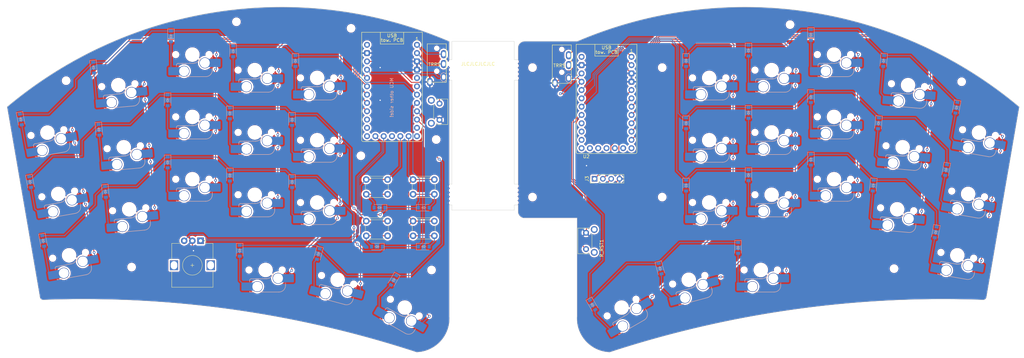
<source format=kicad_pcb>
(kicad_pcb (version 20221018) (generator pcbnew)
  (layers (0 "F.Cu" signal) (31 "B.Cu" signal) (34 "B.Paste" user) (35 "F.Paste" user) (36 "B.SilkS" user "B.Silkscreen") (37 "F.SilkS" user "F.Silkscreen") (38 "B.Mask" user) (39 "F.Mask" user) (44 "Edge.Cuts" user))
  (net 0 "")
  (net 1 "L_ROW1")
  (net 2 "Net-(D1-A)")
  (net 3 "Net-(D2-A)")
  (net 4 "Net-(D3-A)")
  (net 5 "Net-(D4-A)")
  (net 6 "Net-(D5-A)")
  (net 7 "L_ROW2")
  (net 8 "Net-(D9-A)")
  (net 9 "Net-(D10-A)")
  (net 10 "L_ROW3")
  (net 11 "Net-(D11-A)")
  (net 12 "Net-(D12-A)")
  (net 13 "Net-(D13-A)")
  (net 14 "Net-(D14-A)")
  (net 15 "Net-(D15-A)")
  (net 16 "Net-(D19-A)")
  (net 17 "Net-(D17-A)")
  (net 18 "Net-(D18-A)")
  (net 19 "R_GND")
  (net 20 "Net-(D20-A)")
  (net 21 "Net-(D21-A)")
  (net 22 "R_VCC")
  (net 23 "R_SDA")
  (net 24 "R_SCL")
  (net 25 "Net-(D22-A)")
  (net 26 "Net-(D23-A)")
  (net 27 "L_ROW4")
  (net 28 "Net-(D25-A)")
  (net 29 "Net-(D26-A)")
  (net 30 "Net-(D27-A)")
  (net 31 "L_GND")
  (net 32 "L_TX")
  (net 33 "L_RX")
  (net 34 "L_VCC")
  (net 35 "L_ROT1A")
  (net 37 "L_ROT1B")
  (net 38 "L_RESET")
  (net 39 "L_COL1")
  (net 40 "L_COL2")
  (net 41 "L_COL3")
  (net 42 "L_COL4")
  (net 43 "L_COL5")
  (net 44 "L_COL6")
  (net 45 "L_COL7")
  (net 49 "R_ROW1")
  (net 50 "Net-(D28-A)")
  (net 51 "Net-(D29-A)")
  (net 52 "Net-(D30-A)")
  (net 53 "Net-(D31-A)")
  (net 54 "Net-(D32-A)")
  (net 55 "R_ROW2")
  (net 56 "Net-(D33-A)")
  (net 57 "Net-(D34-A)")
  (net 58 "Net-(D35-A)")
  (net 59 "Net-(D36-A)")
  (net 60 "Net-(D37-A)")
  (net 61 "R_ROW3")
  (net 62 "Net-(D38-A)")
  (net 63 "Net-(D39-A)")
  (net 64 "Net-(D40-A)")
  (net 65 "R_ROW4")
  (net 66 "R_TX")
  (net 67 "R_RX")
  (net 68 "R_RESET")
  (net 69 "R_COL5")
  (net 70 "R_COL4")
  (net 71 "R_COL3")
  (net 72 "R_COL2")
  (net 73 "R_COL1")
  (net 81 "Net-(D6-A)")
  (net 82 "Net-(D7-A)")
  (net 83 "Net-(D8-A)")
  (net 84 "Net-(D16-A)")
  (net 85 "Net-(D24-A)")
  (footprint "MountingHole:MountingHole_2.2mm_M2_DIN965" (layer "F.Cu") (at 143.645502 97.664795)
    (fp_text reference "H15" hide)
    (fp_text value "MountingHole")
  )
  (footprint "sepp:SW_MX_HS_1u" (layer "F.Cu") (at 92.195501 66.727298)
    (fp_text reference "SW3" hide)
    (fp_text value "MX_SW_HS" hide)
  )
  (footprint "sepp:SW_MX_HS_1u" (layer "F.Cu") (at 47.931503 90.581297 10)
    (fp_text reference "SW1" hide)
    (fp_text value "MX_SW_HS" hide)
  )
  (footprint "sepp:SW_MX_HS_1u" (layer "F.Cu") (at 130.295501 92.902298)
    (fp_text reference "SW10" hide)
    (fp_text value "MX_SW_HS" hide)
  )
  (footprint "sepp:SW_MX_HS_1u" (layer "F.Cu") (at 269.045 90.526801)
    (fp_text reference "SW29" hide)
    (fp_text value "MX_SW_HS" hide)
  )
  (footprint "MountingHole:MountingHole_2.2mm_M2_DIN965" (layer "F.Cu") (at 53.645499 74.702298)
    (fp_text reference "H1" hide)
    (fp_text value "MountingHole")
  )
  (footprint "sepp:breakaway-mousebites" (layer "F.Cu") (at 170.846 109.5306 -90)
    (fp_text reference "H10" hide)
    (fp_text value "mousebites" hide)
  )
  (footprint "sepp:SW_MX_HS_1u" (layer "F.Cu") (at 54.547498 128.102475 10)
    (fp_text reference "SW13" hide)
    (fp_text value "MX_SW_HS" hide)
  )
  (footprint "sepp:SW_MX_HS_1u" (layer "F.Cu") (at 111.245502 90.527297)
    (fp_text reference "SW9" hide)
    (fp_text value "MX_SW_HS" hide)
  )
  (footprint "sepp:abimination-trackpad-holder" (layer "F.Cu") (at 215.845504 90.5023)
    (fp_text reference "H13" hide)
    (fp_text value "Trackpad-Holder" hide)
  )
  (footprint "sepp:SW_MX_HS_1u" (layer "F.Cu") (at 243.745003 135.5768 15)
    (fp_text reference "SW39" hide)
    (fp_text value "MX_SW_HS" hide)
  )
  (footprint "sepp:SW_MX_HS_1u" (layer "F.Cu") (at 92.195502 104.827298)
    (fp_text reference "SW15" hide)
    (fp_text value "MX_SW_HS" hide)
  )
  (footprint "sepp:SW_MX_HS_1u" (layer "F.Cu") (at 332.359004 90.580802 -10)
    (fp_text reference "SW27" hide)
    (fp_text value "MX_SW_HS" hide)
  )
  (footprint "MountingHole:MountingHole_2.2mm_M2_DIN965" (layer "F.Cu") (at 73.6455 131.702298)
    (fp_text reference "H2" hide)
    (fp_text value "MountingHole")
  )
  (footprint "MountingHole:MountingHole_2.2mm_M2_DIN965" (layer "F.Cu") (at 306.433001 132.177302)
    (fp_text reference "H4" hide)
    (fp_text value "MountingHole")
  )
  (footprint "marbastlib-xp-promicroish:Liatris_AH_USBdn" (layer "F.Cu") (at 153.145501 77.702298)
    (fp_text reference "U1" hide)
    (fp_text value "Liatris")
  )
  (footprint "sepp:SW_MX_HS_1u" (layer "F.Cu") (at 309.044687 95.055311 -5)
    (fp_text reference "SW31" hide)
    (fp_text value "MX_SW_HS" hide)
  )
  (footprint "MountingHole:MountingHole_2.2mm_M2_DIN965" (layer "F.Cu") (at 327.070502 75.027298)
    (fp_text reference "H3" hide)
    (fp_text value "MountingHole")
  )
  (footprint "sepp:SW_MX_HS_1u" (layer "F.Cu") (at 269.045 71.4768)
    (fp_text reference "SW24" hide)
    (fp_text value "MX_SW_HS" hide)
  )
  (footprint "sepp:actionswitch" (layer "F.Cu") (at 159.579601 117.634097)
    (fp_text reference "SW19" hide)
    (fp_text value "actionswitch")
  )
  (footprint "sepp:SW_MX_HS_1u" (layer "F.Cu") (at 92.195503 85.777298)
    (fp_text reference "SW8" hide)
    (fp_text value "MX_SW_HS" hide)
  )
  (footprint "sepp:SW_MX_HS_1u" (layer "F.Cu") (at 265.745003 132.576801)
    (fp_text reference "SW40" hide)
    (fp_text value "MX_SW_HS" hide)
  )
  (footprint "MountingHole:MountingHole_2.2mm_M2_DIN965" (layer "F.Cu") (at 274.683002 57.5648)
    (fp_text reference "H8" hide)
    (fp_text value "MountingHole")
  )
  (footprint "sepp:MJ-4PP-9" (layer "F.Cu") (at 166.808001 63.302297)
    (fp_text reference "J1")
    (fp_text value "MJ-4PP-9" hide)
  )
  (footprint "sepp:SW_MX_HS_1u" (layer "F.Cu") (at 249.995 92.901802)
    (fp_text reference "SW28" hide)
    (fp_text value "MX_SW_HS" hide)
  )
  (footprint "sepp:actionswitch" (layer "F.Cu") (at 145.293 104.934098)
    (fp_text reference "SW11" hide)
    (fp_text value "actionswitch")
  )
  (footprint "sepp:SW_MX_HS_1u" (layer "F.Cu") (at 307.384368 114.032818 -5)
    (fp_text reference "SW36" hide)
    (fp_text value "MX_SW_HS" hide)
  )
  (footprint "sepp:SW_MX_HS_1u" (layer "F.Cu") (at 329.051006 109.341389 -10)
    (fp_text reference "SW32" hide)
    (fp_text value "MX_SW_HS" hide)
  )
  (footprint "sepp:SW_MX_HS_1u" (layer "F.Cu") (at 136.5455 135.577299 -15)
    (fp_text reference "SW21" hide)
    (fp_text value "MX_SW_HS" hide)
  )
  (footprint "sepp:SW_MX_HS_1u" (layer "F.Cu") (at 69.585501 76.078299 5)
    (fp_text reference "SW2" hide)
    (fp_text value "MX_SW_HS" hide)
  )
  (footprint "sepp:SW_MX_HS_1u" (layer "F.Cu") (at 223.245001 144.076801 30)
    (fp_text reference "SW38" hide)
    (fp_text value "MX_SW_HS" hide)
  )
  (footprint "sepp:breakaway-mousebites" (layer "F.Cu") (at 191.5 71.4 90)
    (fp_text reference "H11" hide)
    (fp_text value "mousebites" hide)
  )
  (footprint "sepp:SW_MX_HS_1u" (layer "F.Cu") (at 111.245502 109.577298)
    (fp_text reference "SW16" hide)
    (fp_text value "MX_SW_HS" hide)
  )
  (footprint "MountingHole:MountingHole_2.2mm_M2_DIN965" (layer "F.Cu") (at 105.645501 56.702298)
    (fp_text reference "H5" hide)
    (fp_text value "MountingHole")
  )
  (footprint "MountingHole:MountingHole_2.2mm_M2_DIN965" (layer "F.Cu") (at 140.645501 58.702299)
    (fp_text reference "H9" hide)
    (fp_text value "MountingHole")
  )
  (footprint "sepp:SW_MX_HS_1u" (layer "F.Cu") (at 130.295501 111.952298)
    (fp_text reference "SW17" hide)
    (fp_text value "MX_SW_HS" hide)
  )
  (footprint "sepp:SW_MX_HS_1u" (layer "F.Cu") (at 288.095 104.826801)
    (fp_text reference "SW35" hide)
    (fp_text value "MX_SW_HS" hide)
  )
  (footprint "sepp:SW_MX_HS_1u" (layer "F.Cu") (at 249.995 73.8518)
    (fp_text reference "SW23" hide)
    (fp_text value "MX_SW_HS" hide)
  )
  (footprint "marbastlib-various:SW_SKHLLCA010" (layer "F.Cu") (at 213.645502 123.7023 90)
    (fp_text reference "R_RST1")
    (fp_text value "SW_Push")
  )
  (footprint "sepp:fpc-breakcout-connector" (layer "F.Cu") (at 214.993003 104.7023 90)
    (fp_text reference "J3")
    (fp_text value "Conn_01x04_Pin")
  )
  (footprint "sepp:MJ-4PP-9" (layer "F.Cu") (at 204.983502 63.634801)
    (fp_text reference "J2")
    (fp_text value "MJ-4PP-9" hide)
  )
  (footprint "sepp:SW_MX_HS_1u" (layer "F.Cu") (at 114.545502 132.577297)
    (fp_text reference "SW20" hide)
    (fp_text value "MX_SW_HS" hide)
  )
  (footprint "marbastlib-various:SW_SKHLLCA010" (layer "F.Cu") (at 166.395501 84.202298 -90)
    (fp_text reference "L_RST1" hide)
    (fp_text value "SW_Push")
  )
  (footprint "sepp:SW_MX_HS_1u" (layer "F.Cu") (at 157.045501 144.077299 -30)
    (fp_text reference "SW22" hide)
    (fp_text value "MX_SW_HS" hide)
  )
  (footprint "sepp:SW_MX_HS_1u" (layer "F.Cu") (at 249.995003 111.951802)
    (fp_text reference "SW33" hide)
    (fp_text value "MX_SW_HS" hide)
  )
  (footprint "sepp:SW_MX_HS_1u" (layer "F.Cu") (at 71.245819 95.055808 5)
    (fp_text reference "SW7" hide)
    (fp_text value "MX_SW_HS" hide)
  )
  (footprint "sepp:SW_MX_HS_1u" (layer "F.Cu") (at 310.705004 76.077801 -5)
    (fp_text reference "SW26" hide)
    (fp_text value "MX_SW_HS" hide)
  )
  (footprint "MountingHole:MountingHole_2.2mm_M2_DIN965" (layer "F.Cu") (at 165.220503 132.589798)
    (fp_text reference "H6" hide)
    (fp_text value "MountingHole")
  )
  (footprint "sepp:SW_MX_HS_1u" (layer "F.Cu") (at 130.295503 73.852298)
    (fp_text reference "SW5" hide)
    (fp_text value "MX_SW_HS" hide)
  )
  (footprint "sepp:actionswitch" (layer "F.Cu") (at 145.293 117.634098)
    (fp_text reference "SW18" hide)
    (fp_text value "actionswitch")
  )
  (footprint "sepp:SW_MX_HS_1u" (layer "F.Cu") (at 269.045002 109.576801)
    (fp_text reference "SW34" hide)
    (fp_text value "MX_SW_HS" hide)
  )
  (footprint "sepp:breakaway-mousebites" (layer "F.Cu") (at 170.846 71.37 -90)
    (fp_text reference "H7" hide)
    (fp_text value "mousebites" hide)
  )
  (footprint "sepp:SW_MX_HS_1u" (layer "F.Cu") (at 325.743008 128.101978 -10)
    (fp_text reference "SW37" hide)
    (fp_text value "MX_SW_HS" hide)
  )
  (footprint "Rotary_Encoder:RotaryEncoder_Alps_EC12E_Vertical_H20mm" (layer "F.Cu") (at 94.690302 123.651398 -90)
    (fp_text reference "L_ROT1" hide)
    (fp_text value "RotaryEncoder")
  )
  (footprint "sepp:SW_MX_HS_1u" (layer "F.Cu") (at 288.095002 66.7268)
    (fp_text reference "SW25" hide)
    (fp_text value "MX_SW_HS" hide)
  )
  (footprint "sepp:SW_MX_HS_1u" (layer "F.Cu") (at 288.095 85.7768)
    (fp_text reference "SW30" hide)
    (fp_text value "MX_SW_HS" hide)
  )
  (footprint "MountingHole:MountingHole_2.2mm_M2_DIN965" (layer "F.Cu") (at 166.645502 92.702299)
    (fp_text reference "H14" hide)
    (fp_text value "MountingHole")
  )
  (footprint "sepp:breakaway-mousebites" (layer "F.Cu") (at 191.454 109.47 90)
    (fp_text reference "H12" hide)
    (fp_text value "mousebites" hide)
  )
  (footprint "sepp:SW_MX_HS_1u" (layer "F.Cu") (at 111.2455 71.477299)
    (fp_text reference "SW4" hide)
    (fp_text value "MX_SW_HS" hide)
  )
  (footprint "sepp:actionswitch" (layer "F.Cu") (at 159.5796 104.934097)
    (fp_text reference "SW12" hide)
    (fp_text value "actionswitch")
  )
  (footprint "sepp:SW_MX_HS_1u" (layer "F.Cu") (at 72.906137 114.033317 5)
    (fp_text reference "SW14" hide)
    (fp_text value "MX_SW_HS" hide)
  )
  (footprint "sepp:SW_MX_HS_1u" (layer "F.Cu") (at 51.2395 109.341886 10)
    (fp_text reference "SW6" hide)
    (fp_text value "MX_SW_HS" hide)
  )
  (footprint "marbastlib-xp-promicroish:Liatris_AH_USBdn" (layer "F.Cu") (at 218.645501 81.377302)
    (fp_text reference "U2")
    (fp_text value "Liatris")
  )
  (footprint "sepp:D_SOD-123" (layer "B.Cu") (at 103.645502 84.702298 -90)
    (fp_text reference "D9" hide)
    (fp_text value "1N4148W")
  )
  (footprint "sepp:D_SOD-123" (layer "B.Cu") (at 234.995502 132.1773 -75)
    (fp_text reference "D39" hide)
    (fp_text value "1N4148W")
  )
  (footprint "sepp:D_SOD-123" (layer "B.Cu") (at 261.983002 84.552301 -90)
    (fp_text reference "D29" hide)
    (fp_text value "1N4148W" hide)
  )
  (footprint "sepp:D_SOD-123" (layer "B.Cu") (at 122.645503 105.702298 -90)
    (fp_text reference "D17" hide)
    (fp_text value "1N4148W")
  )
  (footprint "sepp:D_SOD-123" (layer "B.Cu") (at 325.483003 82.964802 -100)
    (fp_text reference "D27" hide)
    (fp_text value "1N4148W")
  )
  (footprint "sepp:D_SOD-123" (layer "B.Cu") (at 148.543002 125.439198 180)
    (fp_text reference "D18" hide)
    (fp_text value "1N4148W")
  )
  (footprint "sepp:D_SOD-123" (layer "B.Cu") (at 261.983 103.602301 -90)
    (fp_text reference "D34" hide)
    (fp_text value "1N4148W")
  )
  (footprint "sepp:D_SOD-123" (layer "B.Cu") (at 65.645502 108.702298 -85)
    (fp_text reference "D14" hide)
    (fp_text value "1N4148W")
  )
  (footprint "sepp:D_SOD-123" (layer "B.Cu") (at 261.983002 65.5023 -90)
    (fp_text reference "D24" hide)
    (fp_text value "1N4148W")
  )
  (footprint "sepp:D_SOD-123" (layer "B.Cu") (at 162.829601 113.533697)
    (fp_text reference "D12" hide)
    (fp_text value "1N4148W")
  )
  (footprint "sepp:D_SOD-123" (layer "B.Cu") (at 303.258004 68.6773 -95)
    (fp_text reference "D26" hide)
    (fp_text value "1N4148W")
  )
  (footprint "sepp:D_SOD-123" (layer "B.Cu") (at 130.645503 127.702297 -105)
    (fp_text reference "D21" hide)
    (fp_text value "1N4148W")
  )
  (footprint "sepp:D_SOD-123" (layer "B.Cu") (at 62.033002 70.702298 -85)
    (fp_text reference "D2" hide)
    (fp_text value "1N4148W")
  )
  (footprint "sepp:D_SOD-123" (layer "B.Cu") (at 104.6455 65.702299 -90)
    (fp_text reference "D4" hide)
    (fp_text value "1N4148W")
  )
  (footprint "sepp:D_SOD-123" (layer "B.Cu") (at 281.033002 60.739803 -90)
    (fp_text reference "D25" hide)
    (fp_text value "1N4148W")
  )
  (footprint "sepp:D_SOD-123" (layer "B.Cu") (at 106.645502 126.702298 -90)
    (fp_text reference "D20" hide)
    (fp_text value "1N4148W")
  )
  (footprint "sepp:D_SOD-123" (layer "B.Cu") (at 122.645501 86.702298 -90)
    (fp_text reference "D10" hide)
    (fp_text value "1N4148W")
  )
  (footprint "sepp:D_SOD-123" (layer "B.Cu") (at 281.033003 98.839801 -90)
    (fp_text reference "D35" hide)
    (fp_text value "1N4148W")
  )
  (footprint "sepp:D_SOD-123" (layer "B.Cu") (at 42.645502 105.702299 -80)
    (fp_text reference "D6" hide)
    (fp_text value "1N4148W")
  )
  (footprint "sepp:D_SOD-123" (layer "B.Cu") (at 242.933003 68.677301 -90)
    (fp_text reference "D23" hide)
    (fp_text value "1N4148W")
  )
  (footprint "sepp:D_SOD-123" (layer "B.Cu") (at 242.933005 87.727299 -90)
    (fp_text reference "D28" hide)
    (fp_text value "1N4148W")
  )
  (footprint "sepp:D_SOD-123" (layer "B.Cu") (at 85.645501 61.152299 -90)
    (fp_text reference "D3" hide)
    (fp_text value "1N4148W")
  )
  (footprint "sepp:D_SOD-123" (layer "B.Cu") (at 162.829603 125.439197)
    (fp_text reference "D19" hide)
    (fp_text value "1N4148W")
  )
  (footprint "sepp:D_SOD-123" (layer "B.Cu") (at 300.083003 106.777299 -95)
    (fp_text reference "D36" hide)
    (fp_text value "1N4148W")
  )
  (footprint "sepp:D_SOD-123" (layer "B.Cu") (at 84.645502 99.702301 -90)
    (fp_text reference "D15" hide)
    (fp_text value "1N4148W")
  )
  (footprint "sepp:D_SOD-123" (layer "B.Cu") (at 322.308003 102.014798 -100)
    (fp_text reference "D32" hide)
    (fp_text value "1N4148W")
  )
  (footprint "sepp:D_SOD-123" (layer "B.Cu") (at 149.3367 113.533698 180)
    (fp_text reference "D11" hide)
    (fp_text value "1N4148W")
  )
  (footprint "sepp:D_SOD-123" (layer "B.Cu") (at 103.645502 103.702298 -90)
    (fp_text reference "D16" hide)
    (fp_text value "1N4148W")
  )
  (footprint "sepp:D_SOD-123" (layer "B.Cu") (at 84.645503 80.702299 -90)
    (fp_text reference "D8" hide)
    (fp_text value "1N4148W")
  )
  (footprint "sepp:D_SOD-123" (layer "B.Cu") (at 258.808003 125.827303 -90)
    (fp_text reference "D40" hide)
    (fp_text value "1N4148W")
  )
  (footprint "sepp:D_SOD-123" (layer "B.Cu") (at 242.933004 106.777302 -90)
    (fp_text reference "D33" hide)
    (fp_text value "1N4148W")
  )
  (footprint "sepp:D_SOD-123" (layer "B.Cu") (at 63.6455 89.702298 -85)
    (fp_text reference "D7" hide)
    (fp_text value "1N4148W")
  )
  (footprint "sepp:D_SOD-123" (layer "B.Cu") (at 39.808002 86.552298 -80)
    (fp_text reference "D1" hide)
    (fp_text value "1N4148W")
  )
  (footprint "sepp:D_SOD-123" (layer "B.Cu") (at 281.033003 79.727302 -90)
    (fp_text reference "D30" hide)
    (fp_text value "1N4148W")
  )
  (footprint "sepp:D_SOD-123" (layer "B.Cu") (at 153.645502 135.702299 -120)
    (fp_text reference "D22" hide)
    (fp_text value "1N4148W")
  )
  (footprint "sepp:D_SOD-123" (layer "B.Cu") (at 319.133 121.0648 -100)
    (fp_text reference "D37" hide)
    (fp_text value "1N4148W")
  )
  (footprint "sepp:D_SOD-123" (layer "B.Cu") (at 123.645502 68.702296 -90)
    (fp_text reference "D5" hide)
    (fp_text value "1N4148W")
  )
  (footprint "sepp:D_SOD-123" (layer "B.Cu") (at 301.670503 87.727301 -95)
    (fp_text reference "D31" hide)
    (fp_text value "1N4148W")
  )
  (footprint "sepp:D_SOD-123" (layer "B.Cu") (at 214.358002 143.289801 -60)
    (fp_text reference "D38" hide)
    (fp_text value "1N4148W")
  )
  (footprint "sepp:D_SOD-123" (layer "B.Cu") (at 46.645501 123.702299 -80)
    (fp_text reference "D13" hide)
    (fp_text value "1N4148W")
  )
  (gr_arc (start 219.645501 157.702302) (mid 275.935505 144.643591) (end 333.6455 141.702301) (stroke (width 0.1)) (layer "Edge.Cuts"))
  (gr_line (start 170.6455 106.3558) (end 170.6455 74.6078) (stroke (width 0.1)) (layer "Edge.Cuts"))
  (gr_line (start 170.6455 62.7023) (end 170.6455 68.2582) (stroke (width 0.1)) (layer "Edge.Cuts"))
  (gr_arc (start 219.645501 157.702302) (mid 212.306104 154.329016) (end 209.645501 146.702303) (stroke (width 0.1)) (layer "Edge.Cuts"))
  (gr_line (start 171.4392 114.2928) (end 190.488 114.2928) (stroke (width 0.1)) (layer "Edge.Cuts"))
  (gr_arc (start 46.645501 141.702298) (mid 104.355497 144.643581) (end 160.645503 157.702298) (stroke (width 0.1)) (layer "Edge.Cuts"))
  (gr_line (start 334.6455 140.7023) (end 344.645501 82.7023) (stroke (width 0.1)) (layer "Edge.Cuts"))
  (gr_line (start 170.6455 74.6078) (end 171.4392 74.6078) (stroke (width 0.1)) (layer "Edge.Cuts"))
  (gr_line (start 191.6455 112.7054) (end 191.6455 114.7023) (stroke (width 0.1)) (layer "Edge.Cuts"))
  (gr_line (start 171.4392 112.7054) (end 171.4392 114.2928) (stroke (width 0.1)) (layer "Edge.Cuts"))
  (gr_line (start 170.6455 112.7054) (end 170.645502 146.702297) (stroke (width 0.1)) (layer "Edge.Cuts"))
  (gr_line (start 209.645499 62.702299) (end 193.645501 62.7023) (stroke (width 0.1)) (layer "Edge.Cuts"))
  (gr_line (start 209.645501 146.702303) (end 209.645501 116.7023) (stroke (width 0.1)) (layer "Edge.Cuts"))
  (gr_arc (start 334.6455 140.7023) (mid 334.352609 141.409414) (end 333.6455 141.702301) (stroke (width 0.1)) (layer "Edge.Cuts"))
  (gr_line (start 190.488 112.7054) (end 191.6455 112.7054) (stroke (width 0.1)) (layer "Edge.Cuts"))
  (gr_arc (start 209.645499 62.702299) (mid 279.975031 53.60297) (end 344.645501 82.7023) (stroke (width 0.15)) (layer "Edge.Cuts"))
  (gr_line (start 171.4392 62.7023) (end 190.488 62.7023) (stroke (width 0.1)) (layer "Edge.Cuts"))
  (gr_line (start 191.6455 64.7023) (end 191.6455 68.2582) (stroke (width 0.1)) (layer "Edge.Cuts"))
  (gr_line (start 190.488 62.7023) (end 190.488 68.2582) (stroke (width 0.1)) (layer "Edge.Cuts"))
  (gr_line (start 170.6455 112.7054) (end 171.4392 112.7054) (stroke (width 0.1)) (layer "Edge.Cuts"))
  (gr_arc (start 46.645501 141.702298) (mid 45.938387 141.409409) (end 45.645504 140.702298) (stroke (width 0.1)) (layer "Edge.Cuts"))
  (gr_arc (start 35.645501 82.702298) (mid 100.31597 53.602969) (end 170.6455 62.7023) (stroke (width 0.15)) (layer "Edge.Cuts"))
  (gr_line (start 190.488 114.2928) (end 190.488 112.7054) (stroke (width 0.1)) (layer "Edge.Cuts"))
  (gr_arc (start 170.645502 146.702297) (mid 167.984868 154.328995) (end 160.645503 157.702298) (stroke (width 0.1)) (layer "Edge.Cuts"))
  (gr_line (start 35.645501 82.702298) (end 45.645504 140.702298) (stroke (width 0.1)) (layer "Edge.Cuts"))
  (gr_line (start 190.488 74.6082) (end 191.6455 74.6082) (stroke (width 0.1)) (layer "Edge.Cuts"))
  (gr_line (start 209.645501 116.7023) (end 193.645501 116.702299) (stroke (width 0.1)) (layer "Edge.Cuts"))
  (gr_line (start 171.4392 106.3558) (end 170.6455 106.3558) (stroke (width 0.1)) (layer "Edge.Cuts"))
  (gr_line (start 171.4392 68.2582) (end 171.4392 62.7023) (stroke (width 0.1)) (layer "Edge.Cuts"))
  (gr_line (start 190.488 68.2582) (end 191.6455 68.2582) (stroke (width 0.1)) (layer "Edge.Cuts"))
  (gr_line (start 190.488 106.3558) (end 191.6455 106.3558) (stroke (width 0.1)) (layer "Edge.Cuts"))
  (gr_line (start 191.6455 74.6082) (end 191.6455 106.3558) (stroke (width 0.1)) (layer "Edge.Cuts"))
  (gr_line (start 190.488 74.6082) (end 190.488 106.3558) (stroke (width 0.1)) (layer "Edge.Cuts"))
  (gr_arc (start 191.6455 64.7023) (mid 192.231289 63.288093) (end 193.645501 62.7023) (stroke (width 0.1)) (layer "Edge.Cuts"))
  (gr_line (start 171.4392 74.6078) (end 171.4392 106.3558) (stroke (width 0.1)) (layer "Edge.Cuts"))
  (gr_line (start 170.6455 68.2582) (end 171.4392 68.2582) (stroke (width 0.1)) (layer "Edge.Cuts"))
  (gr_arc (start 193.645501 116.702299) (mid 192.231282 116.116517) (end 191.6455 114.7023) (stroke (width 0.1)) (layer "Edge.Cuts"))
  (gr_text "MCU other side!" (at 153.645499 73.702298 90) (layer "B.SilkS") (effects (font (size 1 1)) (justify left bottom mirror)))
  (gr_text "JLCJLCJLCJLC" (at 179.4 69.6) (layer "F.SilkS") (effects (font (size 1 1))))
  (segment (start 48.322723 84.927365) (end 56.539578 76.71051) (width 0.25) (layer "B.Cu") (net 1))
  (segment (start 85.645502 59.502299) (end 79.74779 59.502299) (width 0.25) (layer "B.Cu") (net 1))
  (segment (start 76.539579 62.710509) (end 72.539579 62.71051) (width 0.25) (layer "B.Cu") (net 1))
  (segment (start 100.095501 59.502298) (end 104.645501 64.0523) (width 0.25) (layer "B.Cu") (net 1))
  (segment (start 85.645502 59.502299) (end 100.095501 59.502298) (width 0.25) (layer "B.Cu") (net 1))
  (segment (start 157.000501 75.207298) (end 160.765501 78.972298) (width 0.25) (layer "B.Cu") (net 1))
  (segment (start 39.521483 84.927365) (end 48.322723 84.927365) (width 0.25) (layer "B.Cu") (net 1))
  (segment (start 123.645502 67.052296) (end 136.888682 67.052296) (width 0.25) (layer "B.Cu") (net 1))
  (segment (start 56.539579 74.408192) (end 61.889195 69.058577) (width 0.25) (layer "B.Cu") (net 1))
  (segment (start 104.645501 64.0523) (end 120.645503 64.052299) (width 0.25) (layer "B.Cu") (net 1))
  (segment (start 72.539579 62.71051) (end 66.191511 69.058577) (width 0.25) (layer "B.Cu") (net 1))
  (segment (start 56.539578 76.71051) (end 56.539579 74.408192) (width 0.25) (layer "B.Cu") (net 1))
  (segment (start 145.043684 75.207298) (end 157.000501 75.207298) (width 0.25) (layer "B.Cu") (net 1))
  (segment (start 66.191511 69.058577) (end 61.889195 69.058577) (width 0.25) (layer "B.Cu") (net 1))
  (segment (start 79.74779 59.502299) (end 76.539579 62.710509) (width 0.25) (layer "B.Cu") (net 1))
  (segment (start 120.645503 64.052299) (end 123.645502 67.052298) (width 0.25) (layer "B.Cu") (net 1))
  (segment (start 136.888682 67.052296) (end 145.043684 75.207298) (width 0.25) (layer "B.Cu") (net 1))
  (segment (start 40.094521 88.177231) (end 41.413893 95.659762) (width 0.25) (layer "B.Cu") (net 2))
  (segment (start 41.413893 95.659762) (end 42.816157 96.641637) (width 0.25) (layer "B.Cu") (net 2))
  (segment (start 62.915766 80.792333) (end 63.961426 81.669746) (width 0.25) (layer "B.Cu") (net 3))
  (segment (start 62.176809 72.346019) (end 62.915766 80.792333) (width 0.25) (layer "B.Cu") (net 3))
  (segment (start 85.645501 71.347298) (end 86.105501 71.807298) (width 0.25) (layer "B.Cu") (net 4))
  (segment (start 85.645501 62.802299) (end 85.645501 71.347298) (width 0.25) (layer "B.Cu") (net 4))
  (segment (start 104.6455 76.047299) (end 105.1555 76.557299) (width 0.25) (layer "B.Cu") (net 5))
  (segment (start 104.6455 67.352299) (end 104.6455 76.047299) (width 0.25) (layer "B.Cu") (net 5))
  (segment (start 123.645502 70.352296) (end 123.645502 78.372297) (width 0.25) (layer "B.Cu") (net 6))
  (segment (start 123.645502 78.372297) (end 124.205503 78.932298) (width 0.25) (layer "B.Cu") (net 6))
  (segment (start 141.529088 113.692702) (end 143.529088 115.692702) (width 0.25) (layer "F.Cu") (net 7))
  (segment (start 143.529088 115.692702) (end 149.529088 115.692702) (width 0.25) (layer "F.Cu") (net 7))
  (via (at 149.529088 115.692702) (size 0.8) (drill 0.4) (layers "F.Cu" "B.Cu") (net 7))
  (via (at 141.529088 113.692702) (size 0.8) (drill 0.4) (layers "F.Cu" "B.Cu") (net 7))
  (segment (start 58.539578 97.710509) (end 49.539579 97.710511) (width 0.25) (layer "B.Cu") (net 7))
  (segment (start 103.645501 83.052297) (end 120.645502 83.052298) (width 0.25) (layer "B.Cu") (net 7))
  (segment (start 140.529088 108.692702) (end 140.529088 112.692702) (width 0.25) (layer "B.Cu") (net 7))
  (segment (start 73.191512 88.058579) (end 63.501694 88.058578) (width 0.25) (layer "B.Cu") (net 7))
  (segment (start 149.529088 115.692702) (end 150.9867 114.23509) (width 0.25) (layer "B.Cu") (net 7))
  (segment (start 161.179601 112.042189) (end 161.529088 111.692702) (width 0.25) (layer "B.Cu") (net 7))
  (segment (start 130.173297 85.052298) (end 140.529088 95.408089) (width 0.25) (layer "B.Cu") (net 7))
  (segment (start 58.539578 93.020693) (end 58.539578 97.710509) (width 0.25) (layer "B.Cu") (net 7))
  (segment (start 159.529088 82.748711) (end 160.765501 81.512298) (width 0.25) (layer "B.Cu") (net 7))
  (segment (start 122.645501 85.052298) (end 130.173297 85.052298) (width 0.25) (layer "B.Cu") (net 7))
  (segment (start 161.529088 104.692702) (end 159.529088 102.692702) (width 0.25) (layer "B.Cu") (net 7))
  (segment (start 140.529088 95.408089) (end 140.529088 108.692702) (width 0.25) (layer "B.Cu") (net 7))
  (segment (start 161.529088 111.692702) (end 161.529088 104.692702) (width 0.25) (layer "B.Cu") (net 7))
  (segment (start 63.501694 88.058578) (end 58.539578 93.020693) (width 0.25) (layer "B.Cu") (net 7))
  (segment (start 43.172722 104.077365) (end 42.358983 104.077365) (width 0.25) (layer "B.Cu") (net 7))
  (segment (start 150.9867 114.23509) (end 150.9867 113.533698) (width 0.25) (layer "B.Cu") (net 7))
  (segment (start 140.529088 112.692702) (end 141.529088 113.692702) (width 0.25) (layer "B.Cu") (net 7))
  (segment (start 82.197791 79.052298) (end 73.191512 88.058579) (width 0.25) (layer "B.Cu") (net 7))
  (segment (start 84.645503 79.052297) (end 99.645501 79.052298) (width 0.25) (layer "B.Cu") (net 7))
  (segment (start 159.529088 102.692702) (end 159.529088 82.748711) (width 0.25) (layer "B.Cu") (net 7))
  (segment (start 99.645501 79.052298) (end 103.645501 83.052297) (width 0.25) (layer "B.Cu") (net 7))
  (segment (start 161.179601 113.533697) (end 161.179601 112.042189) (width 0.25) (layer "B.Cu") (net 7))
  (segment (start 150.9867 113.533699) (end 161.1796 113.533698) (width 0.25) (layer "B.Cu") (net 7))
  (segment (start 49.539579 97.710511) (end 43.172722 104.077365) (width 0.25) (layer "B.Cu") (net 7))
  (segment (start 120.645502 83.052298) (end 122.645502 85.052297) (width 0.25) (layer "B.Cu") (net 7))
  (segment (start 84.645503 79.052297) (end 82.197791 79.052298) (width 0.25) (layer "B.Cu") (net 7))
  (segment (start 103.645502 94.097297) (end 105.155502 95.607297) (width 0.25) (layer "B.Cu") (net 8))
  (segment (start 103.645502 86.352298) (end 103.645502 94.097297) (width 0.25) (layer "B.Cu") (net 8))
  (segment (start 122.645501 88.352298) (end 122.645501 96.422298) (width 0.25) (layer "B.Cu") (net 9))
  (segment (start 122.645501 96.422298) (end 124.205501 97.982298) (width 0.25) (layer "B.Cu") (net 9))
  (segment (start 141.529088 123.692702) (end 142.529088 124.692702) (width 0.25) (layer "F.Cu") (net 10))
  (segment (start 141.529088 119.692702) (end 141.529088 123.692702) (width 0.25) (layer "F.Cu") (net 10))
  (via (at 141.529088 119.692702) (size 0.8) (drill 0.4) (layers "F.Cu" "B.Cu") (net 10))
  (via (at 142.529088 124.692702) (size 0.8) (drill 0.4) (layers "F.Cu" "B.Cu") (net 10))
  (segment (start 144.529088 126.692702) (end 149.529088 126.692702) (width 0.25) (layer "B.Cu") (net 10))
  (segment (start 84.645502 98.052299) (end 99.645503 98.0523) (width 0.25) (layer "B.Cu") (net 10))
  (segment (start 103.645503 102.052298) (end 120.645503 102.052298) (width 0.25) (layer "B.Cu") (net 10))
  (segment (start 120.645503 102.052298) (end 122.645503 104.052297) (width 0.25) (layer "B.Cu") (net 10))
  (segment (start 62.53958 112.710511) (end 53.172724 122.077366) (width 0.25) (layer "B.Cu") (net 10))
  (segment (start 162.529088 124.089712) (end 161.179603 125.439197) (width 0.25) (layer "B.Cu") (net 10))
  (segment (start 65.501695 107.058578) (end 65.191512 107.058576) (width 0.25) (layer "B.Cu") (net 10))
  (segment (start 65.191512 107.058576) (end 62.539577 109.71051) (width 0.25) (layer "B.Cu") (net 10))
  (segment (start 130.173296 104.052298) (end 141.529088 115.40809) (width 0.25) (layer "B.Cu") (net 10))
  (segment (start 122.645503 104.052298) (end 130.173296 104.052298) (width 0.25) (layer "B.Cu") (net 10))
  (segment (start 62.539577 109.71051) (end 62.53958 112.710511) (width 0.25) (layer "B.Cu") (net 10))
  (segment (start 150.193002 125.439197) (end 161.179602 125.439197) (width 0.25) (layer "B.Cu") (net 10))
  (segment (start 162.529088 85.815885) (end 162.529088 124.089712) (width 0.25) (layer "B.Cu") (net 10))
  (segment (start 150.193002 125.439198) (end 150.193002 126.028788) (width 0.25) (layer "B.Cu") (net 10))
  (segment (start 65.501695 107.058578) (end 75.191512 107.058577) (width 0.25) (layer "B.Cu") (net 10))
  (segment (start 160.765501 84.052298) (end 162.529088 85.815885) (width 0.25) (layer "B.Cu") (net 10))
  (segment (start 53.172724 122.077366) (end 46.358983 122.077365) (width 0.25) (layer "B.Cu") (net 10))
  (segment (start 141.529088 115.40809) (end 141.529088 119.692702) (width 0.25) (layer "B.Cu") (net 10))
  (segment (start 150.193002 126.028788) (end 149.529088 126.692702) (width 0.25) (layer "B.Cu") (net 10))
  (segment (start 84.197788 98.052298) (end 84.645502 98.052299) (width 0.25) (layer "B.Cu") (net 10))
  (segment (start 99.645503 98.0523) (end 103.645503 102.052298) (width 0.25) (layer "B.Cu") (net 10))
  (segment (start 142.529088 124.692702) (end 144.529088 126.692702) (width 0.25) (layer "B.Cu") (net 10))
  (segment (start 75.191512 107.058577) (end 84.197788 98.052298) (width 0.25) (layer "B.Cu") (net 10))
  (segment (start 145.293 109.434097) (end 151.792999 109.434098) (width 0.25) (layer "F.Cu") (net 11))
  (segment (start 147.6867 113.533699) (end 147.686701 111.827797) (width 0.25) (layer "B.Cu") (net 11))
  (segment (start 147.686701 111.827797) (end 145.293 109.434097) (width 0.25) (layer "B.Cu") (net 11))
  (segment (start 159.579601 109.434098) (end 166.0796 109.434099) (width 0.25) (layer "F.Cu") (net 12))
  (segment (start 166.079601 111.933696) (end 164.4796 113.533698) (width 0.25) (layer "B.Cu") (net 12))
  (segment (start 166.0796 109.434099) (end 166.079601 111.933696) (width 0.25) (layer "B.Cu") (net 12))
  (segment (start 46.932021 125.327232) (end 48.357261 133.410169) (width 0.25) (layer "B.Cu") (net 13))
  (segment (start 48.357261 133.410169) (end 49.432151 134.162815) (width 0.25) (layer "B.Cu") (net 13))
  (segment (start 66.547142 119.008094) (end 67.282062 119.624765) (width 0.25) (layer "B.Cu") (net 14))
  (segment (start 65.789309 110.34602) (end 66.547142 119.008094) (width 0.25) (layer "B.Cu") (net 14))
  (segment (start 84.645502 101.352301) (end 84.645502 108.447298) (width 0.25) (layer "B.Cu") (net 15))
  (segment (start 84.645502 108.447298) (end 86.105502 109.907298) (width 0.25) (layer "B.Cu") (net 15))
  (segment (start 159.579602 122.134097) (end 166.079601 122.134097) (width 0.25) (layer "F.Cu") (net 16))
  (segment (start 166.079602 123.839197) (end 164.4796 125.439197) (width 0.25) (layer "B.Cu") (net 16))
  (segment (start 166.079601 122.134097) (end 166.079602 123.839197) (width 0.25) (layer "B.Cu") (net 16))
  (segment (start 122.645503 107.352298) (end 122.645503 115.4723) (width 0.25) (layer "B.Cu") (net 17))
  (segment (start 122.645503 115.4723) (end 124.205501 117.032298) (width 0.25) (layer "B.Cu") (net 17))
  (segment (start 145.292999 122.134099) (end 151.793 122.134099) (width 0.25) (layer "F.Cu") (net 18))
  (segment (start 145.292999 122.134099) (end 145.292999 123.839198) (width 0.25) (layer "B.Cu") (net 18))
  (segment (start 145.292999 123.839198) (end 146.893001 125.439197) (width 0.25) (layer "B.Cu") (net 18))
  (segment (start 219.172598 108.142705) (end 211.342693 108.142705) (width 0.25) (layer "F.Cu") (net 19))
  (segment (start 207.529089 71.692705) (end 208.979089 70.242705) (width 0.25) (layer "F.Cu") (net 19))
  (segment (start 224.079089 70.30089) (end 226.265501 72.487302) (width 0.25) (layer "F.Cu") (net 19))
  (segment (start 206.804456 71.692705) (end 207.529089 71.692705) (width 0.25) (layer "F.Cu") (net 19))
  (segment (start 209.69839 65.592705) (end 223.178112 65.592705) (width 0.25) (layer "F.Cu") (net 19))
  (segment (start 224.079089 66.493682) (end 224.079089 70.30089) (width 0.25) (layer "F.Cu") (net 19))
  (segment (start 222.613003 104.7023) (end 219.172598 108.142705) (width 0.25) (layer "F.Cu") (net 19))
  (segment (start 212.529089 109.329101) (end 211.210891 108.010903) (width 0.25) (layer "F.Cu") (net 19))
  (segment (start 208.979089 70.242705) (end 208.979089 66.312006) (width 0.25) (layer "F.Cu") (net 19))
  (segment (start 202.883502 75.434801) (end 203.06236 75.434801) (width 0.25) (layer "F.Cu") (net 19))
  (segment (start 212.529089 121.068713) (end 212.529089 109.329101) (width 0.25) (layer "F.Cu") (net 19))
  (segment (start 212.395502 121.2023) (end 212.529089 121.068713) (width 0.25) (layer "F.Cu") (net 19))
  (segment (start 223.178112 65.592705) (end 224.079089 66.493682) (width 0.25) (layer "F.Cu") (net 19))
  (segment (start 208.079089 104.879101) (end 208.079089 80.630388) (width 0.25) (layer "F.Cu") (net 19))
  (segment (start 208.079089 80.630388) (end 202.883502 75.434801) (width 0.25) (layer "F.Cu") (net 19))
  (segment (start 211.342693 108.142705) (end 211.210891 108.010903) (width 0.25) (layer "F.Cu") (net 19))
  (segment (start 211.210891 108.010903) (end 208.079089 104.879101) (width 0.25) (layer "F.Cu") (net 19))
  (segment (start 203.06236 75.434801) (end 206.804456 71.692705) (width 0.25) (layer "F.Cu") (net 19))
  (segment (start 208.979089 66.312006) (end 209.69839 65.592705) (width 0.25) (layer "F.Cu") (net 19))
  (via (at 212.529089 100.692705) (size 0.8) (drill 0.4) (layers "F.Cu" "B.Cu") (net 19))
  (segment (start 106.645502 135.847297) (end 108.455501 137.657297) (width 0.25) (layer "B.Cu") (net 20))
  (segment (start 106.645502 128.352298) (end 106.645502 135.847297) (width 0.25) (layer "B.Cu") (net 20))
  (segment (start 130.218451 129.296076) (end 129.348211 130.166316) (width 0.25) (layer "B.Cu") (net 21))
  (segment (start 129.348211 130.166316) (end 129.348212 138.907993) (width 0.25) (layer "B.Cu") (net 21))
  (segment (start 207.083502 73.934801) (end 209.933 73.934801) (width 0.25) (layer "F.Cu") (net 22))
  (segment (start 211.025501 75.027302) (end 208.529089 77.523714) (width 0.25) (layer "F.Cu") (net 22))
  (segment (start 209.933 73.934801) (end 211.025501 75.027302) (width 0.25) (layer "F.Cu") (net 22))
  (segment (start 208.529089 104.692705) (end 211.529089 107.692705) (width 0.25) (layer "F.Cu") (net 22))
  (segment (start 211.529089 107.692705) (end 217.082598 107.692705) (width 0.25) (layer "F.Cu") (net 22))
  (segment (start 208.529089 77.523714) (end 208.529089 104.692705) (width 0.25) (layer "F.Cu") (net 22))
  (segment (start 217.082598 107.692705) (end 220.073003 104.7023) (width 0.25) (layer "F.Cu") (net 22))
  (segment (start 214.993003 104.7023) (end 219.960501 99.734802) (width 0.25) (layer "F.Cu") (net 23))
  (segment (start 219.960501 99.734802) (end 219.960501 94.692705) (width 0.25) (layer "F.Cu") (net 23))
  (segment (start 221.960501 92.692705) (end 221.960501 81.872302) (width 0.25) (layer "F.Cu") (net 23))
  (segment (start 219.960501 94.692705) (end 221.960501 92.692705) (width 0.25) (layer "F.Cu") (net 23))
  (segment (start 221.960501 81.872302) (end 226.265501 77.567302) (width 0.25) (layer "F.Cu") (net 23))
  (segment (start 222.410501 99.824802) (end 222.410501 83.962302) (width 0.25) (layer "F.Cu") (net 24))
  (segment (start 217.533003 104.7023) (end 222.410501 99.824802) (width 0.25) (layer "F.Cu") (net 24))
  (segment (start 222.410501 83.962302) (end 226.265501 80.107302) (width 0.25) (layer "F.Cu") (net 24))
  (segment (start 152.820501 137.13124) (end 149.231406 140.720335) (width 0.25) (layer "B.Cu") (net 25))
  (segment (start 149.231406 140.720335) (end 149.231407 145.431707) (width 0.25) (layer "B.Cu") (net 25))
  (segment (start 242.933003 77.959802) (end 243.905 78.9318) (width 0.25) (layer "B.Cu") (net 26))
  (segment (start 242.933003 70.327302) (end 242.933003 77.959802) (width 0.25) (layer "B.Cu") (net 26))
  (segment (start 163.529088 89.355885) (end 163.529088 94.692702) (width 0.25) (layer "F.Cu") (net 27))
  (segment (start 163.529088 94.692702) (end 167.529088 98.692702) (width 0.25) (layer "F.Cu") (net 27))
  (segment (start 160.765501 86.592298) (end 163.529088 89.355885) (width 0.25) (layer "F.Cu") (net 27))
  (via (at 167.529088 98.692702) (size 0.8) (drill 0.4) (layers "F.Cu" "B.Cu") (net 27))
  (segment (start 130.016333 125.052297) (end 106.645502 125.052297) (width 0.25) (layer "B.Cu") (net 27))
  (segment (start 168.529088 124.692702) (end 168.529088 99.692702) (width 0.25) (layer "B.Cu") (net 27))
  (segment (start 131.072553 126.108521) (end 130.016333 125.052297) (width 0.25) (layer "B.Cu") (net 27))
  (segment (start 154.470502 134.273357) (end 158.948433 134.273357) (width 0.25) (layer "B.Cu") (net 27))
  (segment (start 158.948433 134.273357) (end 168.529088 124.692702) (width 0.25) (layer "B.Cu") (net 27))
  (segment (start 168.529088 99.692702) (end 167.529088 98.692702) (width 0.25) (layer "B.Cu") (net 27))
  (segment (start 154.470501 134.273357) (end 139.23739 134.273357) (width 0.25) (layer "B.Cu") (net 27))
  (segment (start 139.23739 134.273357) (end 131.072553 126.108521) (width 0.25) (layer "B.Cu") (net 27))
  (segment (start 281.033001 62.389802) (end 281.033002 70.834799) (width 0.25) (layer "B.Cu") (net 28))
  (segment (start 281.033002 70.834799) (end 282.005002 71.8068) (width 0.25) (layer "B.Cu") (net 28))
  (segment (start 302.401294 78.469527) (end 304.195427 80.607692) (width 0.25) (layer "B.Cu") (net 29))
  (segment (start 303.114197 70.321021) (end 302.401294 78.469527) (width 0.25) (layer "B.Cu") (net 29))
  (segment (start 323.853792 92.20451) (end 325.479392 94.526107) (width 0.25) (layer "B.Cu") (net 30))
  (segment (start 325.196483 84.589735) (end 323.853792 92.20451) (width 0.25) (layer "B.Cu") (net 30))
  (segment (start 160.765501 68.812298) (end 164.708001 72.754798) (width 0.25) (layer "F.Cu") (net 31))
  (segment (start 164.708001 72.754798) (end 164.708001 75.102297) (width 0.25) (layer "F.Cu") (net 31))
  (segment (start 92.190302 126.353916) (end 92.529088 126.692702) (width 0.25) (layer "F.Cu") (net 31))
  (segment (start 92.190302 123.651398) (end 92.190302 126.353916) (width 0.25) (layer "F.Cu") (net 31))
  (segment (start 160.765501 68.812298) (end 160.765501 71.352298) (width 0.25) (layer "F.Cu") (net 31))
  (via (at 149.529088 70.692702) (size 0.8) (drill 0.4) (layers "F.Cu" "B.Cu") (net 31))
  (via (at 149.529088 80.692702) (size 0.8) (drill 0.4) (layers "F.Cu" "B.Cu") (net 31))
  (via (at 92.529088 126.692702) (size 0.8) (drill 0.4) (layers "F.Cu" "B.Cu") (net 31))
  (segment (start 169.529088 84.818711) (end 167.645501 86.702298) (width 0.25) (layer "B.Cu") (net 31))
  (segment (start 145.525501 66.272298) (end 158.225501 66.272298) (width 0.25) (layer "B.Cu") (net 31))
  (segment (start 169.529088 79.923384) (end 169.529088 84.818711) (width 0.25) (layer "B.Cu") (net 31))
  (segment (start 158.225501 66.272298) (end 160.765501 68.812298) (width 0.25) (layer "B.Cu") (net 31))
  (segment (start 164.708001 75.102297) (end 169.529088 79.923384) (width 0.25) (layer "B.Cu") (net 31))
  (segment (start 160.765501 63.732298) (end 163.6355 66.602297) (width 0.25) (layer "B.Cu") (net 32))
  (segment (start 163.6355 66.602297) (end 168.908001 66.602297) (width 0.25) (layer "B.Cu") (net 32))
  (segment (start 168.908001 69.602297) (end 164.0955 69.602297) (width 0.25) (layer "B.Cu") (net 33))
  (segment (start 164.0955 69.602297) (end 160.765501 66.272298) (width 0.25) (layer "B.Cu") (net 33))
  (segment (start 167.229143 73.602297) (end 168.908001 73.602297) (width 0.25) (layer "B.Cu") (net 34))
  (segment (start 146.750501 72.577298) (end 166.204144 72.577298) (width 0.25) (layer "B.Cu") (net 34))
  (segment (start 166.204144 72.577298) (end 167.229143 73.602297) (width 0.25) (layer "B.Cu") (net 34))
  (segment (start 145.525501 71.352298) (end 146.750501 72.577298) (width 0.25) (layer "B.Cu") (net 34))
  (segment (start 150.605501 91.672298) (end 150.605501 96.616289) (width 0.25) (layer "B.Cu") (net 35))
  (segment (start 142.979088 121.242702) (end 140.570392 123.651398) (width 0.25) (layer "B.Cu") (net 35))
  (segment (start 140.570392 123.651398) (end 94.690302 123.651398) (width 0.25) (layer "B.Cu") (net 35))
  (segment (start 150.605501 96.616289) (end 142.979088 104.242702) (width 0.25) (layer "B.Cu") (net 35))
  (segment (start 142.979088 104.242702) (end 142.979088 121.242702) (width 0.25) (layer "B.Cu") (net 35))
  (segment (start 150.155501 96.429893) (end 142.529088 104.056306) (width 0.25) (layer "B.Cu") (net 37))
  (segment (start 96.529088 122.840184) (end 95.381606 121.692702) (width 0.25) (layer "B.Cu") (net 37))
  (segment (start 142.529088 121.056306) (end 140.383996 123.201398) (width 0.25) (layer "B.Cu") (net 37))
  (segment (start 91.648998 121.692702) (end 89.690302 123.651398) (width 0.25) (layer "B.Cu") (net 37))
  (segment (start 96.529088 123.201398) (end 96.529088 122.840184) (width 0.25) (layer "B.Cu") (net 37))
  (segment (start 148.065501 91.672298) (end 150.155501 93.762298) (width 0.25) (layer "B.Cu") (net 37))
  (segment (start 150.155501 93.762298) (end 150.155501 96.429893) (width 0.25) (layer "B.Cu") (net 37))
  (segment (start 95.381606 121.692702) (end 91.648998 121.692702) (width 0.25) (layer "B.Cu") (net 37))
  (segment (start 140.383996 123.201398) (end 96.529088 123.201398) (width 0.25) (layer "B.Cu") (net 37))
  (segment (start 142.529088 104.056306) (end 142.529088 121.056306) (width 0.25) (layer "B.Cu") (net 37))
  (segment (start 162.043684 75.207298) (end 166.529088 79.692702) (width 0.25) (layer "F.Cu") (net 38))
  (segment (start 145.525501 68.812298) (end 152.648684 68.812298) (width 0.25) (layer "F.Cu") (net 38))
  (segment (start 159.043684 75.207298) (end 162.043684 75.207298) (width 0.25) (layer "F.Cu") (net 38))
  (segment (start 166.529088 79.692702) (end 167.529088 79.692702) (width 0.25) (layer "F.Cu") (net 38))
  (segment (start 167.529088 79.692702) (end 167.645501 79.809115) (width 0.25) (layer "F.Cu") (net 38))
  (segment (start 167.645501 79.809115) (end 167.645501 81.702298) (width 0.25) (layer "F.Cu") (net 38))
  (segment (start 152.648684 68.812298) (end 159.043684 75.207298) (width 0.25) (layer "F.Cu") (net 38))
  (segment (start 73.529088 61.692702) (end 141.529088 61.692702) (width 0.25) (layer "F.Cu") (net 39))
  (segment (start 141.529088 61.692702) (end 143.529088 63.692702) (width 0.25) (layer "F.Cu") (net 39))
  (segment (start 55.529088 89.692702) (end 55.529088 79.692702) (width 0.25) (layer "F.Cu") (net 39))
  (segment (start 56.292084 93.742505) (end 58.896807 108.514622) (width 0.25) (layer "F.Cu") (net 39))
  (segment (start 59.591399 112.453851) (end 62.196121 127.225968) (width 0.25) (layer "F.Cu") (net 39))
  (segment (start 55.529088 79.692702) (end 73.529088 61.692702) (width 0.25) (layer "F.Cu") (net 39))
  (segment (start 143.529088 63.692702) (end 143.529088 71.895885) (width 0.25) (layer "F.Cu") (net 39))
  (segment (start 143.529088 71.895885) (end 145.525501 73.892298) (width 0.25) (layer "F.Cu") (net 39))
  (via (at 58.896807 108.514622) (size 0.8) (drill 0.4) (layers "F.Cu" "B.Cu") (net 39))
  (via (at 62.196121 127.225968) (size 0.8) (drill 0.4) (layers "F.Cu" "B.Cu") (net 39))
  (via (at 56.292084 93.742505) (size 0.8) (drill 0.4) (layers "F.Cu" "B.Cu") (net 39))
  (via (at 55.529088 89.692702) (size 0.8) (drill 0.4) (layers "F.Cu" "B.Cu") (net 39))
  (via (at 59.591399 112.453851) (size 0.8) (drill 0.4) (layers "F.Cu" "B.Cu") (net 39))
  (segment (start 59.215332 112.190525) (end 59.591399 112.453851) (width 0.25) (layer "B.Cu") (net 39))
  (segment (start 55.620754 91.804658) (end 55.620754 89.784368) (width 0.25) (layer "B.Cu") (net 39))
  (segment (start 55.620754 89.784368) (end 55.529088 89.692702) (width 0.25) (layer "B.Cu") (net 39))
  (segment (start 55.620753 91.804658) (end 55.916016 93.479178) (width 0.25) (layer "B.Cu") (net 39))
  (segment (start 55.916016 93.479178) (end 56.292084 93.742505) (width 0.25) (layer "B.Cu") (net 39))
  (segment (start 62.196121 127.225968) (end 62.500076 128.949767) (width 0.25) (layer "B.Cu") (net 39))
  (segment (start 59.192077 110.189179) (end 58.928751 110.565247) (width 0.25) (layer "B.Cu") (net 39))
  (segment (start 58.896807 108.514622) (end 59.192077 110.189179) (width 0.25) (layer "B.Cu") (net 39))
  (segment (start 62.500076 128.949767) (end 62.236748 129.325836) (width 0.25) (layer "B.Cu") (net 39))
  (segment (start 58.928751 110.565247) (end 59.215332 112.190525) (width 0.25) (layer "B.Cu") (net 39))
  (segment (start 145.525501 76.432298) (end 143.079088 73.985885) (width 0.25) (layer "F.Cu") (net 40))
  (segment (start 77.777779 80.553984) (end 78.997959 94.50071) (width 0.25) (layer "F.Cu") (net 40))
  (segment (start 79.433738 99.481683) (end 80.653916 113.428409) (width 0.25) (layer "F.Cu") (net 40))
  (segment (start 77.529088 62.692702) (end 77.529088 75.692702) (width 0.25) (layer "F.Cu") (net 40))
  (segment (start 78.079088 62.142702) (end 77.529088 62.692702) (width 0.25) (layer "F.Cu") (net 40))
  (segment (start 141.342692 62.142702) (end 78.079088 62.142702) (width 0.25) (layer "F.Cu") (net 40))
  (segment (start 143.079088 73.985885) (end 143.079088 63.879098) (width 0.25) (layer "F.Cu") (net 40))
  (segment (start 143.079088 63.879098) (end 141.342692 62.142702) (width 0.25) (layer "F.Cu") (net 40))
  (via (at 77.777779 80.553984) (size 0.8) (drill 0.4) (layers "F.Cu" "B.Cu") (net 40))
  (via (at 77.529088 75.692702) (size 0.8) (drill 0.4) (layers "F.Cu" "B.Cu") (net 40))
  (via (at 80.653916 113.428409) (size 0.8) (drill 0.4) (layers "F.Cu" "B.Cu") (net 40))
  (via (at 79.433738 99.481683) (size 0.8) (drill 0.4) (layers "F.Cu" "B.Cu") (net 40))
  (via (at 78.997959 94.50071) (size 0.8) (drill 0.4) (layers "F.Cu" "B.Cu") (net 40))
  (segment (start 80.833137 115.476906) (end 80.459505 115.922187) (width 0.25) (layer "B.Cu") (net 40))
  (segment (start 79.172821 96.499396) (end 78.799187 96.944676) (width 0.25) (layer "B.Cu") (net 40))
  (segment (start 80.653916 113.428409) (end 80.833137 115.476906) (width 0.25) (layer "B.Cu") (net 40))
  (segment (start 78.799187 96.944676) (end 79.244467 97.31831) (width 0.25) (layer "B.Cu") (net 40))
  (segment (start 77.584149 78.340801) (end 77.777779 80.553984) (width 0.25) (layer "B.Cu") (net 40))
  (segment (start 77.13887 76.08292) (end 77.529088 75.692702) (width 0.25) (layer "B.Cu") (net 40))
  (segment (start 79.244467 97.31831) (end 79.433738 99.481683) (width 0.25) (layer "B.Cu") (net 40))
  (segment (start 78.997959 94.50071) (end 79.172821 96.499396) (width 0.25) (layer "B.Cu") (net 40))
  (segment (start 77.138869 77.967167) (end 77.584149 78.340801) (width 0.25) (layer "B.Cu") (net 40))
  (segment (start 77.13887 77.967167) (end 77.13887 76.08292) (width 0.25) (layer "B.Cu") (net 40))
  (segment (start 101.529088 62.692702) (end 99.529088 64.692702) (width 0.25) (layer "F.Cu") (net 41))
  (segment (start 145.525501 78.972298) (end 142.529088 75.975885) (width 0.25) (layer "F.Cu") (net 41))
  (segment (start 99.529088 64.692702) (end 99.529088 66.692702) (width 0.25) (layer "F.Cu") (net 41))
  (segment (start 142.529088 63.965494) (end 141.256296 62.692702) (width 0.25) (layer "F.Cu") (net 41))
  (segment (start 99.289313 71.193623) (end 99.289314 86.193623) (width 0.25) (layer "F.Cu") (net 41))
  (segment (start 99.289314 90.193624) (end 99.289314 105.193622) (width 0.25) (layer "F.Cu") (net 41))
  (segment (start 142.529088 75.975885) (end 142.529088 63.965494) (width 0.25) (layer "F.Cu") (net 41))
  (segment (start 141.256296 62.692702) (end 101.529088 62.692702) (width 0.25) (layer "F.Cu") (net 41))
  (via (at 99.289314 90.193624) (size 0.8) (drill 0.4) (layers "F.Cu" "B.Cu") (net 41))
  (via (at 99.289314 105.193622) (size 0.8) (drill 0.4) (layers "F.Cu" "B.Cu") (net 41))
  (via (at 99.289314 86.193623) (size 0.8) (drill 0.4) (layers "F.Cu" "B.Cu") (net 41))
  (via (at 99.529088 66.692702) (size 0.8) (drill 0.4) (layers "F.Cu" "B.Cu") (net 41))
  (via (at 99.289313 71.193623) (size 0.8) (drill 0.4) (layers "F.Cu" "B.Cu") (net 41))
  (segment (start 99.555502 69.267297) (end 99.555501 70.927434) (width 0.25) (layer "B.Cu") (net 41))
  (segment (start 99.555501 66.719115) (end 99.529088 66.692702) (width 0.25) (layer "B.Cu") (net 41))
  (segment (start 99.289314 88.051109) (end 99.5555 88.317297) (width 0.25) (layer "B.Cu") (net 41))
  (segment (start 99.289313 107.101109) (end 99.555501 107.367298) (width 0.25) (layer "B.Cu") (net 41))
  (segment (start 99.555501 69.267298) (end 99.555501 66.719115) (width 0.25) (layer "B.Cu") (net 41))
  (segment (start 99.555501 70.927434) (end 99.289313 71.193623) (width 0.25) (layer "B.Cu") (net 41))
  (segment (start 99.555502 89.927437) (end 99.289314 90.193624) (width 0.25) (layer "B.Cu") (net 41))
  (segment (start 99.289314 86.193623) (end 99.289314 88.051109) (width 0.25) (layer "B.Cu") (net 41))
  (segment (start 99.5555 88.317297) (end 99.555502 89.927437) (width 0.25) (layer "B.Cu") (net 41))
  (segment (start 99.289314 105.193622) (end 99.289313 107.101109) (width 0.25) (layer "B.Cu") (net 41))
  (segment (start 142.079088 64.15189) (end 141.0699 63.142702) (width 0.25) (layer "F.Cu") (net 42))
  (segment (start 120.079088 63.142702) (end 118.529088 64.692702) (width 0.25) (layer "F.Cu") (net 42))
  (segment (start 142.079088 78.065885) (end 142.079088 64.15189) (width 0.25) (layer "F.Cu") (net 42))
  (segment (start 118.529088 64.692702) (end 118.529088 71.692702) (width 0.25) (layer "F.Cu") (net 42))
  (segment (start 141.0699 63.142702) (end 120.079088 63.142702) (width 0.25) (layer "F.Cu") (net 42))
  (segment (start 118.289313 95.193623) (end 118.289314 110.193624) (width 0.25) (layer "F.Cu") (net 42))
  (segment (start 145.525501 81.512298) (end 142.079088 78.065885) (width 0.25) (layer "F.Cu") (net 42))
  (segment (start 118.289314 76.193625) (end 118.289314 91.193622) (width 0.25) (layer "F.Cu") (net 42))
  (via (at 118.289313 95.193623) (size 0.8) (drill 0.4) (layers "F.Cu" "B.Cu") (net 42))
  (via (at 118.289314 76.193625) (size 0.8) (drill 0.4) (layers "F.Cu" "B.Cu") (net 42))
  (via (at 118.289314 91.193622) (size 0.8) (drill 0.4) (layers "F.Cu" "B.Cu") (net 42))
  (via (at 118.529088 71.692702) (size 0.8) (drill 0.4) (layers "F.Cu" "B.Cu") (net 42))
  (via (at 118.289314 110.193624) (size 0.8) (drill 0.4) (layers "F.Cu" "B.Cu") (net 42))
  (segment (start 118.605502 94.877434) (end 118.289313 95.193623) (width 0.25) (layer "B.Cu") (net 42))
  (segment (start 118.6055 71.769114) (end 118.529088 71.692702) (width 0.25) (layer "B.Cu") (net 42))
  (segment (start 118.289315 92.75111) (end 118.605502 93.067297) (width 0.25) (layer "B.Cu") (net 42))
  (segment (start 118.6055 74.017298) (end 118.605501 75.877435) (width 0.25) (layer "B.Cu") (net 42))
  (segment (start 118.605502 93.067297) (end 118.605502 94.877434) (width 0.25) (layer "B.Cu") (net 42))
  (segment (start 118.6055 74.017299) (end 118.6055 71.769114) (width 0.25) (layer "B.Cu") (net 42))
  (segment (start 118.289314 110.193624) (end 118.289314 111.801109) (width 0.25) (layer "B.Cu") (net 42))
  (segment (start 118.605501 75.877435) (end 118.289314 76.193625) (width 0.25) (layer "B.Cu") (net 42))
  (segment (start 118.289314 111.801109) (end 118.605501 112.117298) (width 0.25) (layer "B.Cu") (net 42))
  (segment (start 118.289314 91.193622) (end 118.289315 92.75111) (width 0.25) (layer "B.Cu") (net 42))
  (segment (start 140.883504 63.592702) (end 141.529088 64.238286) (width 0.25) (layer "F.Cu") (net 43))
  (segment (start 138.529088 63.592702) (end 140.883504 63.592702) (width 0.25) (layer "F.Cu") (net 43))
  (segment (start 137.529088 64.592702) (end 138.529088 63.592702) (width 0.25) (layer "F.Cu") (net 43))
  (segment (start 141.529088 80.055885) (end 145.525501 84.052298) (width 0.25) (layer "F.Cu") (net 43))
  (segment (start 141.529088 64.238286) (end 141.529088 80.055885) (width 0.25) (layer "F.Cu") (net 43))
  (segment (start 137.529088 73.692702) (end 137.529088 64.592702) (width 0.25) (layer "F.Cu") (net 43))
  (segment (start 137.289313 78.193623) (end 137.289315 93.193621) (width 0.25) (layer "F.Cu") (net 43))
  (segment (start 136.539578 116.710509) (end 122.539579 130.710511) (width 0.25) (layer "F.Cu") (net 43))
  (segment (start 122.539579 130.710511) (end 122.539578 132.710508) (width 0.25) (layer "F.Cu") (net 43))
  (segment (start 137.289312 97.193623) (end 137.289314 112.193621) (width 0.25) (layer "F.Cu") (net 43))
  (via (at 136.539578 116.710509) (size 0.8) (drill 0.4) (layers "F.Cu" "B.Cu") (net 43))
  (via (at 137.529088 73.692702) (size 0.8) (drill 0.4) (layers "F.Cu" "B.Cu") (net 43))
  (via (at 122.539578 132.710508) (size 0.8) (drill 0.4) (layers "F.Cu" "B.Cu") (net 43))
  (via (at 137.289312 97.193623) (size 0.8) (drill 0.4) (layers "F.Cu" "B.Cu") (net 43))
  (via (at 137.289313 78.193623) (size 0.8) (drill 0.4) (layers "F.Cu" "B.Cu") (net 43))
  (via (at 137.289314 112.193621) (size 0.8) (drill 0.4) (layers "F.Cu" "B.Cu") (net 43))
  (via (at 137.289315 93.193621) (size 0.8) (drill 0.4) (layers "F.Cu" "B.Cu") (net 43))
  (segment (start 137.289314 112.193621) (end 137.289314 114.12611) (width 0.25) (layer "B.Cu") (net 43))
  (segment (start 137.655503 95.442297) (end 137.655502 96.827435) (width 0.25) (layer "B.Cu") (net 43))
  (segment (start 121.905502 133.344589) (end 121.905502 135.117295) (width 0.25) (layer "B.Cu") (net 43))
  (segment (start 137.655502 114.492298) (end 136.539578 115.608221) (width 0.25) (layer "B.Cu") (net 43))
  (segment (start 137.289313 95.07611) (end 137.655503 95.442297) (width 0.25) (layer "B.Cu") (net 43))
  (segment (start 137.655503 73.819117) (end 137.529088 73.692702) (width 0.25) (layer "B.Cu") (net 43))
  (segment (start 137.289314 114.12611) (end 137.655503 114.492299) (width 0.25) (layer "B.Cu") (net 43))
  (segment (start 137.655501 77.827435) (end 137.289313 78.193623) (width 0.25) (layer "B.Cu") (net 43))
  (segment (start 122.539578 132.710508) (end 121.905502 133.344589) (width 0.25) (layer "B.Cu") (net 43))
  (segment (start 136.539578 115.608221) (end 136.539578 116.710509) (width 0.25) (layer "B.Cu") (net 43))
  (segment (start 137.655503 76.392298) (end 137.655503 73.819117) (width 0.25) (layer "B.Cu") (net 43))
  (segment (start 137.655502 96.827435) (end 137.289312 97.193623) (width 0.25) (layer "B.Cu") (net 43))
  (segment (start 137.289315 93.193621) (end 137.289313 95.07611) (width 0.25) (layer "B.Cu") (net 43))
  (segment (start 137.655501 76.392298) (end 137.655501 77.827435) (width 0.25) (layer "B.Cu") (net 43))
  (segment (start 145.293 117.634098) (end 151.793 117.634099) (width 0.25) (layer "F.Cu") (net 44))
  (segment (start 145.293 104.934098) (end 151.793 104.934097) (width 0.25) (layer "F.Cu") (net 44))
  (segment (start 143.539579 119.387519) (end 143.539579 136.71051) (width 0.25) (layer "F.Cu") (net 44))
  (segment (start 145.293 117.634098) (end 143.539579 119.387519) (width 0.25) (layer "F.Cu") (net 44))
  (via (at 143.539579 136.71051) (size 0.8) (drill 0.4) (layers "F.Cu" "B.Cu") (net 44))
  (segment (start 143.539579 139.393394) (end 142.997315 139.935658) (width 0.25) (layer "B.Cu") (net 44))
  (segment (start 155.685501 101.041597) (end 155.685501 91.672298) (width 0.25) (layer "B.Cu") (net 44))
  (segment (start 145.293 104.934098) (end 143.429088 106.79801) (width 0.25) (layer "B.Cu") (net 44))
  (segment (start 143.429088 106.79801) (end 143.429088 115.770186) (width 0.25) (layer "B.Cu") (net 44))
  (segment (start 143.429088 115.770186) (end 145.293 117.634098) (width 0.25) (layer "B.Cu") (net 44))
  (segment (start 151.793 104.934098) (end 155.685501 101.041597) (width 0.25) (layer "B.Cu") (net 44))
  (segment (start 143.539579 136.71051) (end 143.539579 139.393394) (width 0.25) (layer "B.Cu") (net 44))
  (segment (start 159.579601 117.634097) (end 158.254601 118.959098) (width 0.25) (layer "F.Cu") (net 45))
  (segment (start 159.5796 104.934097) (end 158.254601 106.259097) (width 0.25) (layer "F.Cu") (net 45))
  (segment (start 158.254601 118.959098) (end 158.254602 140.425533) (width 0.25) (layer "F.Cu") (net 45))
  (segment (start 158.254602 140.425533) (end 164.539579 146.71051) (width 0.25) (layer "F.Cu") (net 45))
  (segment (start 158.254601 106.259097) (end 158.254601 116.309096) (width 0.25) (layer "F.Cu") (net 45))
  (segment (start 159.579601 117.634097) (end 166.079602 117.634097) (width 0.25) (layer "F.Cu") (net 45))
  (segment (start 158.254601 116.309096) (end 159.579601 117.634097) (width 0.25) (layer "F.Cu") (net 45))
  (segment (start 159.5796 104.934097) (end 166.079601 104.934098) (width 0.25) (layer "F.Cu") (net 45))
  (via (at 164.539579 146.71051) (size 0.8) (drill 0.4) (layers "F.Cu" "B.Cu") (net 45))
  (segment (start 159.5796 104.934097) (end 158.225501 103.579998) (width 0.25) (layer "B.Cu") (net 45))
  (segment (start 162.149449 149.10064) (end 162.149449 149.957003) (width 0.25) (layer "B.Cu") (net 45))
  (segment (start 164.539579 146.71051) (end 162.149449 149.10064) (width 0.25) (layer "B.Cu") (net 45))
  (segment (start 158.225501 103.579998) (end 158.225501 91.672298) (width 0.25) (layer "B.Cu") (net 45))
  (segment (start 214.529089 72.692705) (end 225.529089 61.692705) (width 0.25) (layer "B.Cu") (net 49))
  (segment (start 214.529089 74.063714) (end 214.529089 72.692705) (width 0.25) (layer "B.Cu") (net 49))
  (segment (start 211.025501 77.567302) (end 214.529089 74.063714) (width 0.25) (layer "B.Cu") (net 49))
  (segment (start 303.40181 67.033578) (end 311.46323 67.033578) (width 0.25) (layer "B.Cu") (net 49))
  (segment (start 278.160291 59.089802) (end 273.397792 63.852301) (width 0.25) (layer "B.Cu") (net 49))
  (segment (start 281.033002 59.089802) (end 278.160291 59.089802) (width 0.25) (layer "B.Cu") (net 49))
  (segment (start 295.458033 59.089801) (end 303.40181 67.033578) (width 0.25) (layer "B.Cu") (net 49))
  (segment (start 225.529089 61.692705) (end 239.529089 61.692705) (width 0.25) (layer "B.Cu") (net 49))
  (segment (start 246.108002 63.8523) (end 242.933002 67.027302) (width 0.25) (layer "B.Cu") (net 49))
  (segment (start 273.397792 63.852301) (end 261.983001 63.852302) (width 0.25) (layer "B.Cu") (net 49))
  (segment (start 211.025501 77.567302) (end 211.654492 77.567302) (width 0.25) (layer "B.Cu") (net 49))
  (segment (start 281.033002 59.089802) (end 295.458033 59.089801) (width 0.25) (layer "B.Cu") (net 49))
  (segment (start 242.933003 65.096619) (end 242.933003 67.027301) (width 0.25) (layer "B.Cu") (net 49))
  (segment (start 239.529089 61.692705) (end 242.933003 65.096619) (width 0.25) (layer "B.Cu") (net 49))
  (segment (start 311.46323 67.033578) (end 325.76952 81.339869) (width 0.25) (layer "B.Cu") (net 49))
  (segment (start 261.983001 63.852302) (end 246.108002 63.8523) (width 0.25) (layer "B.Cu") (net 49))
  (segment (start 242.933004 89.3773) (end 242.933003 97.009806) (width 0.25) (layer "B.Cu") (net 50))
  (segment (start 242.933003 97.009806) (end 243.905 97.981801) (width 0.25) (layer "B.Cu") (net 50))
  (segment (start 261.983002 86.202301) (end 261.983002 94.634802) (width 0.25) (layer "B.Cu") (net 51))
  (segment (start 261.983002 94.634802) (end 262.955 95.606802) (width 0.25) (layer "B.Cu") (net 51))
  (segment (start 281.033003 89.884802) (end 282.005 90.856801) (width 0.25) (layer "B.Cu") (net 52))
  (segment (start 281.033002 81.377303) (end 281.033003 89.884802) (width 0.25) (layer "B.Cu") (net 52))
  (segment (start 300.812662 97.532468) (end 302.53511 99.585201) (width 0.25) (layer "B.Cu") (net 53))
  (segment (start 301.526695 89.371022) (end 300.812662 97.532468) (width 0.25) (layer "B.Cu") (net 53))
  (segment (start 320.692804 111.175049) (end 322.171394 113.286693) (width 0.25) (layer "B.Cu") (net 54))
  (segment (start 322.021484 103.639732) (end 320.692804 111.175049) (width 0.25) (layer "B.Cu") (net 54))
  (segment (start 240.529089 64.142705) (end 240.529089 84.692705) (width 0.25) (layer "B.Cu") (net 55))
  (segment (start 281.033004 78.077301) (end 276.208004 82.902301) (width 0.25) (layer "B.Cu") (net 55))
  (segment (start 312.912648 86.083579) (end 301.81431 86.08358) (width 0.25) (layer "B.Cu") (net 55))
  (segment (start 240.529089 84.692705) (end 241.913683 86.077299) (width 0.25) (layer "B.Cu") (net 55))
  (segment (start 322.594523 100.389866) (end 322.594524 95.765457) (width 0.25) (layer "B.Cu") (net 55))
  (segment (start 225.715485 62.142705) (end 238.529089 62.142705) (width 0.25) (layer "B.Cu") (net 55))
  (segment (start 214.979089 72.879101) (end 225.715485 62.142705) (width 0.25) (layer "B.Cu") (net 55))
  (segment (start 261.983001 82.902302) (end 246.108002 82.902301) (width 0.25) (layer "B.Cu") (net 55))
  (segment (start 214.979089 76.153714) (end 214.979089 72.879101) (width 0.25) (layer "B.Cu") (net 55))
  (segment (start 241.913683 86.077299) (end 242.933005 86.077299) (width 0.25) (layer "B.Cu") (net 55))
  (segment (start 238.529089 62.142705) (end 240.529089 64.142705) (width 0.25) (layer "B.Cu") (net 55))
  (segment (start 293.808031 78.077301) (end 281.033004 78.077301) (width 0.25) (layer "B.Cu") (net 55))
  (segment (start 301.81431 86.08358) (end 293.808031 78.077301) (width 0.25) (layer "B.Cu") (net 55))
  (segment (start 246.108002 82.902301) (end 242.933004 86.0773) (width 0.25) (layer "B.Cu") (net 55))
  (segment (start 211.025501 80.107302) (end 214.979089 76.153714) (width 0.25) (layer "B.Cu") (net 55))
  (segment (start 322.594524 95.765457) (end 312.912648 86.083579) (width 0.25) (layer "B.Cu") (net 55))
  (segment (start 276.208004 82.902301) (end 261.983001 82.902302) (width 0.25) (layer "B.Cu") (net 55))
  (segment (start 242.933004 108.427302) (end 242.933004 116.059801) (width 0.25) (layer "B.Cu") (net 56))
  (segment (start 242.933004 116.059801) (end 243.905003 117.031801) (width 0.25) (layer "B.Cu") (net 56))
  (segment (start 261.983001 105.2523) (end 261.983001 113.684799) (width 0.25) (layer "B.Cu") (net 57))
  (segment (start 261.983001 113.684799) (end 262.955002 114.656802) (width 0.25) (layer "B.Cu") (net 57))
  (segment (start 281.033003 108.934805) (end 282.005 109.906802) (width 0.25) (layer "B.Cu") (net 58))
  (segment (start 281.033004 100.4898) (end 281.033003 108.934805) (width 0.25) (layer "B.Cu") (net 58))
  (segment (start 299.224031 116.595409) (end 300.874792 118.562708) (width 0.25) (layer "B.Cu") (net 59))
  (segment (start 299.939197 108.42102) (end 299.224031 116.595409) (width 0.25) (layer "B.Cu") (net 59))
  (segment (start 318.846481 122.689733) (end 317.531814 130.145587) (width 0.25) (layer "B.Cu") (net 60))
  (segment (start 317.531814 130.145587) (end 318.863396 132.047283) (width 0.25) (layer "B.Cu") (net 60))
  (segment (start 281.033003 97.1898) (end 276.270504 101.952299) (width 0.25) (layer "B.Cu") (net 61))
  (segment (start 319.41952 119.439868) (end 319.419519 114.590453) (width 0.25) (layer "B.Cu") (net 61))
  (segment (start 309.962647 105.13358) (end 300.22681 105.133579) (width 0.25) (layer "B.Cu") (net 61))
  (segment (start 300.22681 105.133579) (end 292.283032 97.1898) (width 0.25) (layer "B.Cu") (net 61))
  (segment (start 211.025501 82.647302) (end 215.529089 78.143714) (width 0.25) (layer "B.Cu") (net 61))
  (segment (start 261.983002 101.9523) (end 246.108006 101.9523) (width 0.25) (layer "B.Cu") (net 61))
  (segment (start 276.270504 101.952299) (end 261.983002 101.9523) (width 0.25) (layer "B.Cu") (net 61))
  (segment (start 240.079089 64.329101) (end 240.079089 102.273387) (width 0.25) (layer "B.Cu") (net 61))
  (segment (start 292.283032 97.1898) (end 281.033003 97.1898) (width 0.25) (layer "B.Cu") (net 61))
  (segment (start 215.529089 72.965497) (end 225.901881 62.592705) (width 0.25) (layer "B.Cu") (net 61))
  (segment (start 319.419519 114.590453) (end 309.962647 105.13358) (width 0.25) (layer "B.Cu") (net 61))
  (segment (start 246.108006 101.9523) (end 242.933004 105.127302) (width 0.25) (layer "B.Cu") (net 61))
  (segment (start 225.901881 62.592705) (end 238.342693 62.592705) (width 0.25) (layer "B.Cu") (net 61))
  (segment (start 238.342693 62.592705) (end 240.079089 64.329101) (width 0.25) (layer "B.Cu") (net 61))
  (segment (start 240.079089 102.273387) (end 242.933004 105.127302) (width 0.25) (layer "B.Cu") (net 61))
  (segment (start 215.529089 78.143714) (end 215.529089 72.965497) (width 0.25) (layer "B.Cu") (net 61))
  (segment (start 215.183003 144.718744) (end 215.183003 146.193306) (width 0.25) (layer "B.Cu") (net 62))
  (segment (start 215.183003 146.193306) (end 220.510905 151.52121) (width 0.25) (layer "B.Cu") (net 62))
  (segment (start 235.422554 133.771078) (end 235.422553 138.305152) (width 0.25) (layer "B.Cu") (net 63))
  (segment (start 235.422553 138.305152) (end 239.177315 142.059911) (width 0.25) (layer "B.Cu") (net 63))
  (segment (start 258.808002 127.477301) (end 258.808003 136.809802) (width 0.25) (layer "B.Cu") (net 64))
  (segment (start 258.808003 136.809802) (end 259.655003 137.656801) (width 0.25) (layer "B.Cu") (net 64))
  (segment (start 234.568451 130.583523) (end 224.810338 130.583523) (width 0.25) (layer "B.Cu") (net 65))
  (segment (start 258.808002 124.177302) (end 240.974674 124.177302) (width 0.25) (layer "B.Cu") (net 65))
  (segment (start 213.533002 133.696618) (end 213.529089 133.692705) (width 0.25) (layer "B.Cu") (net 65))
  (segment (start 217.529089 129.692705) (end 217.529089 115.692705) (width 0.25) (layer "B.Cu") (net 65))
  (segment (start 208.529089 87.683714) (end 211.025501 85.187302) (width 0.25) (layer "B.Cu") (net 65))
  (segment (start 208.529089 106.692705) (end 208.529089 87.683714) (width 0.25) (layer "B.Cu") (net 65))
  (segment (start 213.533002 141.860859) (end 213.533002 133.696618) (width 0.25) (layer "B.Cu") (net 65))
  (segment (start 213.529089 133.692705) (end 217.529089 129.692705) (width 0.25) (layer "B.Cu") (net 65))
  (segment (start 224.810338 130.583523) (end 213.533003 141.860859) (width 0.25) (layer "B.Cu") (net 65))
  (segment (start 240.974674 124.177302) (end 234.568451 130.583523) (width 0.25) (layer "B.Cu") (net 65))
  (segment (start 217.529089 115.692705) (end 208.529089 106.692705) (width 0.25) (layer "B.Cu") (net 65))
  (segment (start 223.550904 64.692705) (end 226.265501 67.407302) (width 0.25) (layer "F.Cu") (net 66))
  (segment (start 209.325598 64.692705) (end 223.550904 64.692705) (width 0.25) (layer "F.Cu") (net 66))
  (segment (start 207.083502 66.934801) (end 209.325598 64.692705) (width 0.25) (layer "F.Cu") (net 66))
  (segment (start 208.529089 66.12561) (end 208.529089 68.089214) (width 0.25) (layer "F.Cu") (net 67))
  (segment (start 226.265501 69.947302) (end 224.529089 68.21089) (width 0.25) (layer "F.Cu") (net 67))
  (segment (start 208.529089 68.089214) (end 207.083502 69.534801) (width 0.25) (layer "F.Cu") (net 67))
  (segment (start 224.529089 66.307286) (end 223.364508 65.142705) (width 0.25) (layer "F.Cu") (net 67))
  (segment (start 209.511994 65.142705) (end 208.529089 66.12561) (width 0.25) (layer "F.Cu") (net 67))
  (segment (start 223.364508 65.142705) (end 209.511994 65.142705) (width 0.25) (layer "F.Cu") (net 67))
  (segment (start 224.529089 68.21089) (end 224.529089 66.307286) (width 0.25) (layer "F.Cu") (net 67))
  (segment (start 207.083502 69.534801) (end 207.083502 69.934801) (width 0.25) (layer "F.Cu") (net 67))
  (segment (start 210.529089 120.692705) (end 210.529089 124.335887) (width 0.25) (layer "F.Cu") (net 68))
  (segment (start 207.51705 80.704745) (end 207.51705 104.953458) (width 0.25) (layer "F.Cu") (net 68))
  (segment (start 205.50501 78.692705) (end 207.51705 80.704745) (width 0.25) (layer "F.Cu") (net 68))
  (segment (start 212.079089 109.515497) (end 212.079089 119.142705) (width 0.25) (layer "F.Cu") (net 68))
  (segment (start 212.079089 119.142705) (end 210.529089 120.692705) (width 0.25) (layer "F.Cu") (net 68))
  (segment (start 210.529089 124.335887) (end 212.395502 126.2023) (width 0.25) (layer "F.Cu") (net 68))
  (segment (start 207.51705 104.953458) (end 212.079089 109.515497) (width 0.25) (layer "F.Cu") (net 68))
  (segment (start 204.529089 78.692705) (end 205.50501 78.692705) (width 0.25) (layer "F.Cu") (net 68))
  (via (at 204.529089 78.692705) (size 0.8) (drill 0.4) (layers "F.Cu" "B.Cu") (net 68))
  (segment (start 211.025501 72.487302) (end 204.820098 78.692705) (width 0.25) (layer "B.Cu") (net 68))
  (segment (start 204.820098 78.692705) (end 204.529089 78.692705) (width 0.25) (layer "B.Cu") (net 68))
  (segment (start 254.539579 118.710515) (end 232.53958 140.710514) (width 0.25) (layer "F.Cu") (net 69))
  (segment (start 257.289315 98.193624) (end 257.289314 112.193626) (width 0.25) (layer "F.Cu") (net 69))
  (segment (start 226.265501 92.807302) (end 230.329089 88.743714) (width 0.25) (layer "F.Cu") (net 69))
  (segment (start 235.074673 62.692705) (end 256.529089 62.692705) (width 0.25) (layer "F.Cu") (net 69))
  (segment (start 257.289315 79.193627) (end 257.289314 93.193625) (width 0.25) (layer "F.Cu") (net 69))
  (segment (start 230.329089 67.438289) (end 235.074673 62.692705) (width 0.25) (layer "F.Cu") (net 69))
  (segment (start 257.529089 63.692705) (end 257.529089 73.692705) (width 0.25) (layer "F.Cu") (net 69))
  (segment (start 256.529089 62.692705) (end 257.529089 63.692705) (width 0.25) (layer "F.Cu") (net 69))
  (segment (start 230.329089 88.743714) (end 230.329089 67.438289) (width 0.25) (layer "F.Cu") (net 69))
  (via (at 232.53958 140.710514) (size 0.8) (drill 0.4) (layers "F.Cu" "B.Cu") (net 69))
  (via (at 257.529089 73.692705) (size 0.8) (drill 0.4) (layers "F.Cu" "B.Cu") (net 69))
  (via (at 257.289314 112.193626) (size 0.8) (drill 0.4) (layers "F.Cu" "B.Cu") (net 69))
  (via (at 257.289315 79.193627) (size 0.8) (drill 0.4) (layers "F.Cu" "B.Cu") (net 69))
  (via (at 257.289315 98.193624) (size 0.8) (drill 0.4) (layers "F.Cu" "B.Cu") (net 69))
  (via (at 257.289314 93.193625) (size 0.8) (drill 0.4) (layers "F.Cu" "B.Cu") (net 69))
  (via (at 254.539579 118.710515) (size 0.8) (drill 0.4) (layers "F.Cu" "B.Cu") (net 69))
  (segment (start 257.289314 114.426113) (end 257.355003 114.491801) (width 0.25) (layer "B.Cu") (net 69))
  (segment (start 257.355003 114.491801) (end 257.355003 115.89509) (width 0.25) (layer "B.Cu") (net 69))
  (segment (start 257.355 73.866794) (end 257.529089 73.692705) (width 0.25) (layer "B.Cu") (net 69))
  (segment (start 257.355003 76.391801) (end 257.355001 79.127939) (width 0.25) (layer "B.Cu") (net 69))
  (segment (start 257.355003 115.89509) (end 254.539579 118.710515) (width 0.25) (layer "B.Cu") (net 69))
  (segment (start 257.355003 95.441803) (end 257.355002 98.127939) (width 0.25) (layer "B.Cu") (net 69))
  (segment (start 232.53958 140.710514) (end 232.539579 140.945876) (width 0.25) (layer "B.Cu") (net 69))
  (segment (start 257.355002 98.127939) (end 257.289315 98.193624) (width 0.25) (layer "B.Cu") (net 69))
  (segment (start 257.355001 79.127939) (end 257.289315 79.193627) (width 0.25) (layer "B.Cu") (net 69))
  (segment (start 257.355 76.3918) (end 257.355 73.866794) (width 0.25) (layer "B.Cu") (net 69))
  (segment (start 257.289315 95.376114) (end 257.355003 95.441803) (width 0.25) (layer "B.Cu") (net 69))
  (segment (start 232.539579 140.945876) (end 230.888949 142.596506) (width 0.25) (layer "B.Cu") (net 69))
  (segment (start 257.289314 112.193626) (end 257.289314 114.426113) (width 0.25) (layer "B.Cu") (net 69))
  (segment (start 257.289314 93.193625) (end 257.289315 95.376114) (width 0.25) (layer "B.Cu") (net 69))
  (segment (start 273.539579 115.710513) (end 254.53958 134.710514) (width 0.25) (layer "F.Cu") (net 70))
  (segment (start 229.879089 67.251893) (end 234.988277 62.142705) (width 0.25) (layer "F.Cu") (net 70))
  (segment (start 229.879089 86.653714) (end 229.879089 67.251893) (width 0.25) (layer "F.Cu") (net 70))
  (segment (start 276.289315 95.193626) (end 276.289313 110.193627) (width 0.25) (layer "F.Cu") (net 70))
  (segment (start 271.979089 62.142705) (end 276.529089 66.692705) (width 0.25) (layer "F.Cu") (net 70))
  (segment (start 254.53958 134.710514) (end 253.539579 134.710513) (width 0.25) (layer "F.Cu") (net 70))
  (segment (start 234.988277 62.142705) (end 271.979089 62.142705) (width 0.25) (layer "F.Cu") (net 70))
  (segment (start 276.529089 66.692705) (end 276.529089 71.692705) (width 0.25) (layer "F.Cu") (net 70))
  (segment (start 276.289315 76.193626) (end 276.289315 91.193626) (width 0.25) (layer "F.Cu") (net 70))
  (segment (start 226.265501 90.267302) (end 229.879089 86.653714) (width 0.25) (layer "F.Cu") (net 70))
  (via (at 276.289315 76.193626) (size 0.8) (drill 0.4) (layers "F.Cu" "B.Cu") (net 70))
  (via (at 276.289313 110.193627) (size 0.8) (drill 0.4) (layers "F.Cu" "B.Cu") (net 70))
  (via (at 273.539579 115.710513) (size 0.8) (drill 0.4) (layers "F.Cu" "B.Cu") (net 70))
  (via (at 276.289315 91.193626) (size 0.8) (drill 0.4) (layers "F.Cu" "B.Cu") (net 70))
  (via (at 253.539579 134.710513) (size 0.8) (drill 0.4) (layers "F.Cu" "B.Cu") (net 70))
  (via (at 276.529089 71.692705) (size 0.8) (drill 0.4) (layers "F.Cu" "B.Cu") (net 70))
  (via (at 276.289315 95.193626) (size 0.8) (drill 0.4) (layers "F.Cu" "B.Cu") (net 70))
  (segment (start 252.396459 136.125344) (end 251.511616 136.125343) (width 0.25) (layer "B.Cu") (net 70))
  (segment (start 276.405002 112.116802) (end 276.405001 112.845091) (width 0.25) (layer "B.Cu") (net 70))
  (segment (start 276.405002 93.066801) (end 276.405002 95.077937) (width 0.25) (layer "B.Cu") (net 70))
  (segment (start 276.289314 92.951113) (end 276.405002 93.066801) (width 0.25) (layer "B.Cu") (net 70))
  (segment (start 252.926446 134.710513) (end 251.511616 136.125343) (width 0.25) (layer "B.Cu") (net 70))
  (segment (start 276.289313 110.193627) (end 276.289315 112.001112) (width 0.25) (layer "B.Cu") (net 70))
  (segment (start 276.289315 112.001112) (end 276.405003 112.1168) (width 0.25) (layer "B.Cu") (net 70))
  (segment (start 276.405 71.816794) (end 276.529089 71.692705) (width 0.25) (layer "B.Cu") (net 70))
  (segment (start 276.405002 95.077937) (end 276.289315 95.193626) (width 0.25) (layer "B.Cu") (net 70))
  (segment (start 276.405003 76.077939) (end 276.289315 76.193626) (width 0.25) (layer "B.Cu") (net 70))
  (segment (start 276.289315 91.193626) (end 276.289314 92.951113) (width 0.25) (layer "B.Cu") (net 70))
  (segment (start 276.405002 74.016799) (end 276.405003 76.077939) (width 0.25) (layer "B.Cu") (net 70))
  (segment (start 276.405 74.0168) (end 276.405 71.816794) (width 0.25) (layer "B.Cu") (net 70))
  (segment (start 253.539579 134.710513) (end 252.926446 134.710513) (width 0.25) (layer "B.Cu") (net 70))
  (segment (start 276.405001 112.845091) (end 273.539579 115.710513) (width 0.25) (layer "B.Cu") (net 70))
  (segment (start 295.539581 109.710513) (end 273.53958 131.710513) (width 0.25) (layer "F.Cu") (net 71))
  (segment (start 295.289316 90.193625) (end 295.289316 105.193625) (width 0.25) (layer "F.Cu") (net 71))
  (segment (start 229.429089 67.065497) (end 234.801881 61.692705) (width 0.25) (layer "F.Cu") (net 71))
  (segment (start 226.265501 87.727302) (end 229.429089 84.563714) (width 0.25) (layer "F.Cu") (net 71))
  (segment (start 273.53958 131.710513) (end 273.53958 132.710513) (width 0.25) (layer "F.Cu") (net 71))
  (segment (start 234.801881 61.692705) (end 290.529089 61.692705) (width 0.25) (layer "F.Cu") (net 71))
  (segment (start 229.429089 84.563714) (end 229.429089 67.065497) (width 0.25) (layer "F.Cu") (net 71))
  (segment (start 295.289313 71.193625) (end 295.289315 86.193627) (width 0.25) (layer "F.Cu") (net 71))
  (segment (start 290.529089 61.692705) (end 295.529089 66.692705) (width 0.25) (layer "F.Cu") (net 71))
  (via (at 295.539581 109.710513) (size 0.8) (drill 0.4) (layers "F.Cu" "B.Cu") (net 71))
  (via (at 295.529089 66.692705) (size 0.8) (drill 0.4) (layers "F.Cu" "B.Cu") (net 71))
  (via (at 295.289313 71.193625) (size 0.8) (drill 0.4) (layers "F.Cu" "B.Cu") (net 71))
  (via (at 273.53958 132.710513) (size 0.8) (drill 0.4) (layers "F.Cu" "B.Cu") (net 71))
  (via (at 295.289315 86.193627) (size 0.8) (drill 0.4) (layers "F.Cu" "B.Cu") (net 71))
  (via (at 295.289316 105.193625) (size 0.8) (drill 0.4) (layers "F.Cu" "B.Cu") (net 71))
  (via (at 295.289316 90.193625) (size 0.8) (drill 0.4) (layers "F.Cu" "B.Cu") (net 71))
  (segment (start 273.53958 134.682224) (end 273.105003 135.1168) (width 0.25) (layer "B.Cu") (net 71))
  (segment (start 295.455001 90.027938) (end 295.289316 90.193625) (width 0.25) (layer "B.Cu") (net 71))
  (segment (start 295.455002 88.316799) (end 295.455001 90.027938) (width 0.25) (layer "B.Cu") (net 71))
  (segment (start 295.289315 86.193627) (end 295.289315 88.151112) (width 0.25) (layer "B.Cu") (net 71))
  (segment (start 295.455 109.625934) (end 295.539581 109.710513) (width 0.25) (layer "B.Cu") (net 71))
  (segment (start 295.289315 88.151112) (end 295.455002 88.316799) (width 0.25) (layer "B.Cu") (net 71))
  (segment (start 295.289316 105.193625) (end 295.289315 107.201113) (width 0.25) (layer "B.Cu") (net 71))
  (segment (start 295.455002 66.766792) (end 295.529089 66.692705) (width 0.25) (layer "B.Cu") (net 71))
  (segment (start 295.455001 107.366801) (end 295.455 109.625934) (width 0.25) (layer "B.Cu") (net 71))
  (segment (start 295.289315 107.201113) (end 295.455002 107.366802) (width 0.25) (layer "B.Cu") (net 71))
  (segment (start 295.455002 69.2668) (end 295.455002 66.766792) (width 0.25) (layer "B.Cu") (net 71))
  (segment (start 273.53958 132.710513) (end 273.53958 134.682224) (width 0.25) (layer "B.Cu") (net 71))
  (segment (start 295.455003 69.266801) (end 295.455001 71.027938) (width 0.25) (layer "B.Cu") (net 71))
  (segment (start 295.455001 71.027938) (end 295.289313 71.193625) (width 0.25) (layer "B.Cu") (net 71))
  (segment (start 228.979089 66.879101) (end 228.979089 82.473714) (width 0.25) (layer "F.Cu") (net 72))
  (segment (start 317.529089 76.692705) (end 317.529089 70.329101) (width 0.25) (layer "F.Cu") (net 72))
  (segment (start 317.529089 70.329101) (end 312.342693 65.142705) (width 0.25) (layer "F.Cu") (net 72))
  (segment (start 234.715485 61.142705) (end 228.979089 66.879101) (width 0.25) (layer "F.Cu") (net 72))
  (segment (start 307.342693 65.142705) (end 303.342693 61.142705) (width 0.25) (layer "F.Cu") (net 72))
  (segment (start 312.342693 65.142705) (end 307.342693 65.142705) (width 0.25) (layer "F.Cu") (net 72))
  (segment (start 228.979089 82.473714) (end 226.265501 85.187302) (width 0.25) (layer "F.Cu") (net 72))
  (segment (start 317.74407 81.787838) (end 316.52389 95.734566) (width 0.25) (layer "F.Cu") (net 72))
  (segment (start 303.342693 61.142705) (end 234.715485 61.142705) (width 0.25) (layer "F.Cu") (net 72))
  (segment (start 316.08811 100.715536) (end 314.867929 114.662263) (width 0.25) (layer "F.Cu") (net 72))
  (via (at 314.867929 114.662263) (size 0.8) (drill 0.4) (layers "F.Cu" "B.Cu") (net 72))
  (via (at 317.529089 76.692705) (size 0.8) (drill 0.4) (layers "F.Cu" "B.Cu") (net 72))
  (via (at 316.52389 95.734566) (size 0.8) (drill 0.4) (layers "F.Cu" "B.Cu") (net 72))
  (via (at 316.08811 100.715536) (size 0.8) (drill 0.4) (layers "F.Cu" "B.Cu") (net 72))
  (via (at 317.74407 81.787838) (size 0.8) (drill 0.4) (layers "F.Cu" "B.Cu") (net 72))
  (segment (start 314.867929 114.662263) (end 314.657428 117.068314) (width 0.25) (layer "B.Cu") (net 72))
  (segment (start 316.155302 98.227112) (end 315.951806 100.553095) (width 0.25) (layer "B.Cu") (net 72))
  (segment (start 316.317745 98.090807) (end 316.155302 98.227112) (width 0.25) (layer "B.Cu") (net 72))
  (segment (start 316.52389 95.734566) (end 316.317745 98.090807) (width 0.25) (layer "B.Cu") (net 72))
  (segment (start 317.815621 79.249602) (end 317.815621 76.979237) (width 0.25) (layer "B.Cu") (net 72))
  (segment (start 314.657428 117.068314) (end 314.494985 117.204619) (width 0.25) (layer "B.Cu") (net 72))
  (segment (start 317.815621 76.979237) (end 317.529089 76.692705) (width 0.25) (layer "B.Cu") (net 72))
  (segment (start 315.951806 100.553095) (end 316.08811 100.715536) (width 0.25) (layer "B.Cu") (net 72))
  (segment (start 317.815619 79.249602) (end 317.951925 79.412044) (width 0.25) (layer "B.Cu") (net 72))
  (segment (start 317.951925 79.412044) (end 317.74407 81.787838) (width 0.25) (layer "B.Cu") (net 72))
  (segment (start 338.959434 96.204799) (end 336.354711 110.976914) (width 0.25) (layer "F.Cu") (net 73))
  (segment (start 312.529089 64.692705) (end 339.529089 91.692705) (width 0.25) (layer "F.Cu") (net 73))
  (segment (start 228.529089 80.383714) (end 228.529089 66.692705) (width 0.25) (layer "F.Cu") (net 73))
  (segment (start 307.529089 64.692705) (end 312.529089 64.692705) (width 0.25) (layer "F.Cu") (net 73))
  (segment (start 303.529089 60.692705) (end 307.529089 64.692705) (width 0.25) (layer "F.Cu") (net 73))
  (segment (start 335.48647 115.900954) (end 333.055396 129.688264) (width 0.25) (layer "F.Cu") (net 73))
  (segment (start 234.529089 60.692705) (end 303.529089 60.692705) (width 0.25) (layer "F.Cu") (net 73))
  (segment (start 226.265501 82.647302) (end 228.529089 80.383714) (width 0.25) (layer "F.Cu") (net 73))
  (segment (start 228.529089 66.692705) (end 234.529089 60.692705) (width 0.25) (layer "F.Cu") (net 73))
  (via (at 333.055396 129.688264) (size 0.8) (drill 0.4) (layers "F.Cu" "B.Cu") (net 73))
  (via (at 336.354711 110.976914) (size 0.8) (drill 0.4) (layers "F.Cu" "B.Cu") (net 73))
  (via (at 338.959434 96.204799) (size 0.8) (drill 0.4) (layers "F.Cu" "B.Cu") (net 73))
  (via (at 335.48647 115.900954) (size 0.8) (drill 0.4) (layers "F.Cu" "B.Cu") (net 73))
  (via (at 339.529089 91.692705) (size 0.8) (drill 0.4) (layers "F.Cu" "B.Cu") (net 73))
  (segment (start 335.993377 113.026148) (end 335.858123 113.120849) (width 0.25) (layer "B.Cu") (net 73))
  (segment (start 339.166123 94.360264) (end 339.529089 93.997298) (width 0.25) (layer "B.Cu") (net 73))
  (segment (start 332.685379 131.786733) (end 332.550126 131.881438) (width 0.25) (layer "B.Cu") (net 73))
  (segment (start 336.354711 110.976914) (end 335.993377 113.026148) (width 0.25) (layer "B.Cu") (net 73))
  (segment (start 335.952829 113.256103) (end 335.48647 115.900954) (width 0.25) (layer "B.Cu") (net 73))
  (segment (start 333.055396 129.688264) (end 332.685379 131.786733) (width 0.25) (layer "B.Cu") (net 73))
  (segment (start 339.166122 94.360264) (end 338.864729 96.069547) (width 0.25) (layer "B.Cu") (net 73))
  (segment (start 335.858123 113.120849) (end 335.952829 113.256103) (width 0.25) (layer "B.Cu") (net 73))
  (segment (start 338.864729 96.069547) (end 338.959434 96.204799) (width 0.25) (layer "B.Cu") (net 73))
  (segment (start 339.529089 93.997298) (end 339.529089 91.692705) (width 0.25) (layer "B.Cu") (net 73))
  (segment (start 44.106786 113.98965) (end 46.124153 115.402226) (width 0.25) (layer "B.Cu") (net 81))
  (segment (start 42.932021 107.327231) (end 44.106786 113.98965) (width 0.25) (layer "B.Cu") (net 81))
  (segment (start 63.789307 91.34602) (end 64.522352 99.724755) (width 0.25) (layer "B.Cu") (net 82))
  (segment (start 64.522352 99.724755) (end 65.621744 100.647255) (width 0.25) (layer "B.Cu") (net 82))
  (segment (start 84.645503 89.397298) (end 86.105503 90.857298) (width 0.25) (layer "B.Cu") (net 83))
  (segment (start 84.645503 82.352299) (end 84.645503 89.397298) (width 0.25) (layer "B.Cu") (net 83))
  (segment (start 103.645502 113.147298) (end 105.155502 114.657298) (width 0.25) (layer "B.Cu") (net 84))
  (segment (start 103.645502 105.352298) (end 103.645502 113.147298) (width 0.25) (layer "B.Cu") (net 84))
  (segment (start 261.983002 75.584801) (end 262.955 76.5568) (width 0.25) (layer "B.Cu") (net 85))
  (segment (start 261.983001 67.1523) (end 261.983002 75.584801) (width 0.25) (layer "B.Cu") (net 85))
  (zone (net 19) (net_name "R_GND") (layers "F&B.Cu") (priority 1) (connect_pads (clearance 0.5)) (min_thickness 0.25) (fill yes (thermal_gap 0.5) (thermal_bridge_width 0.5))
    (polygon (pts (xy 190.545501 60.739801) (xy 209.595502 60.739801) (xy 231.820503 54.389801) (xy 241.345501 52.8023) (xy 257.220503 51.2148) (xy 276.270501 51.2148) (xy 301.670501 57.5648) (xy 327.070502 68.6773) (xy 346.120502 81.377298) (xy 335.008005 143.289801) (xy 303.258001 143.2898) (xy 257.220501 149.6398) (xy 220.708002 159.164802) (xy 211.183003 157.577299) (xy 208.008001 149.6398) (xy 208.008004 117.889803) (xy 190.545502 117.889801)))
  )
  (zone (net 31) (net_name "L_GND") (layers "F&B.Cu") (connect_pads (clearance 0.5)) (min_thickness 0.25) (fill yes (thermal_gap 0.5) (thermal_bridge_width 0.5))
    (polygon (pts (xy 171.570501 61.152298) (xy 142.995502 51.627298) (xy 117.595501 50.039797) (xy 84.258002 54.802298) (xy 66.795499 61.152298) (xy 46.158001 72.264798) (xy 33.458002 81.7898) (xy 44.570501 143.7023) (xy 73.145502 143.702297) (xy 98.545502 146.877298) (xy 135.058003 153.227298) (xy 162.045501 159.577299) (xy 168.395501 157.989799) (xy 171.570503 153.227297)))
  )
)
</source>
